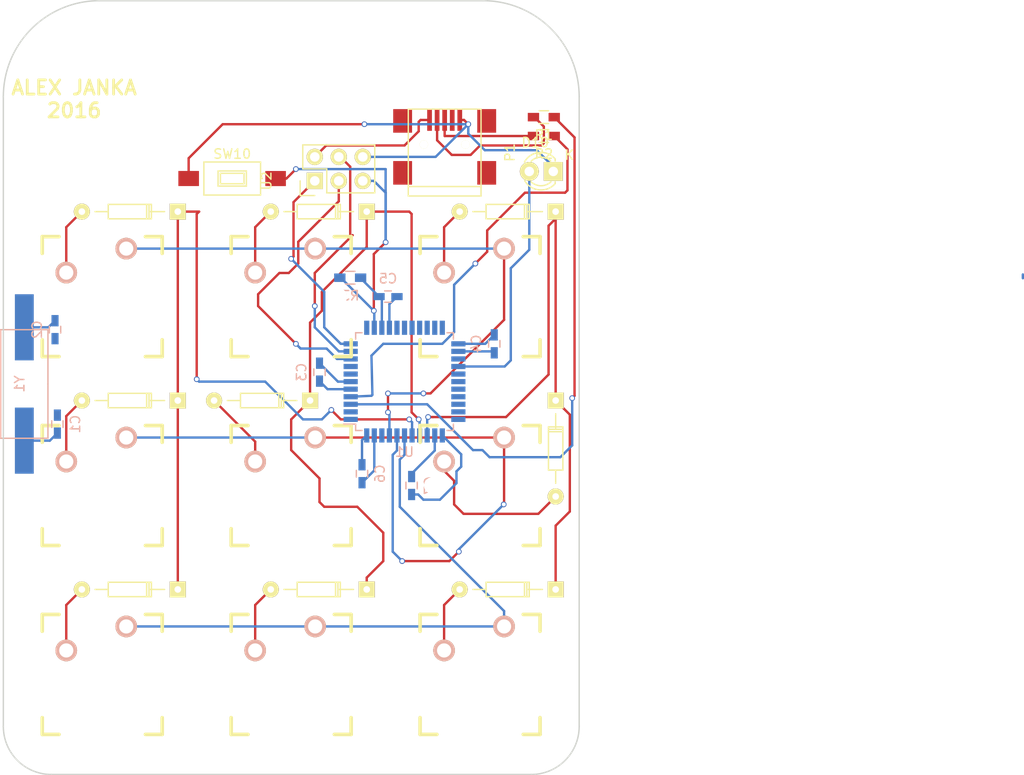
<source format=kicad_pcb>
(kicad_pcb (version 4) (host pcbnew 4.0.2-stable)

  (general
    (links 73)
    (no_connects 19)
    (area 49.454999 66.599999 110.565001 148.665001)
    (thickness 1.6)
    (drawings 9)
    (tracks 258)
    (zones 0)
    (modules 34)
    (nets 49)
  )

  (page A4)
  (layers
    (0 F.Cu signal)
    (31 B.Cu signal)
    (32 B.Adhes user)
    (33 F.Adhes user hide)
    (34 B.Paste user)
    (35 F.Paste user)
    (36 B.SilkS user hide)
    (37 F.SilkS user)
    (38 B.Mask user)
    (39 F.Mask user)
    (40 Dwgs.User user)
    (41 Cmts.User user)
    (42 Eco1.User user)
    (43 Eco2.User user)
    (44 Edge.Cuts user)
    (45 Margin user)
    (46 B.CrtYd user)
    (47 F.CrtYd user)
    (48 B.Fab user)
    (49 F.Fab user)
  )

  (setup
    (last_trace_width 0.25)
    (trace_clearance 0.2)
    (zone_clearance 0.508)
    (zone_45_only no)
    (trace_min 0.2)
    (segment_width 0.2)
    (edge_width 0.15)
    (via_size 0.6)
    (via_drill 0.4)
    (via_min_size 0.4)
    (via_min_drill 0.3)
    (uvia_size 0.3)
    (uvia_drill 0.1)
    (uvias_allowed no)
    (uvia_min_size 0.2)
    (uvia_min_drill 0.1)
    (pcb_text_width 0.3)
    (pcb_text_size 1.5 1.5)
    (mod_edge_width 0.15)
    (mod_text_size 1 1)
    (mod_text_width 0.15)
    (pad_size 1.524 1.524)
    (pad_drill 0.762)
    (pad_to_mask_clearance 0.2)
    (aux_axis_origin 0 0)
    (visible_elements 7FFCFFFF)
    (pcbplotparams
      (layerselection 0x010f0_80000001)
      (usegerberextensions false)
      (excludeedgelayer true)
      (linewidth 0.100000)
      (plotframeref false)
      (viasonmask false)
      (mode 1)
      (useauxorigin false)
      (hpglpennumber 1)
      (hpglpenspeed 20)
      (hpglpendiameter 15)
      (hpglpenoverlay 2)
      (psnegative false)
      (psa4output false)
      (plotreference true)
      (plotvalue true)
      (plotinvisibletext false)
      (padsonsilk false)
      (subtractmaskfromsilk false)
      (outputformat 1)
      (mirror false)
      (drillshape 0)
      (scaleselection 1)
      (outputdirectory Gerbers/))
  )

  (net 0 "")
  (net 1 "Net-(D1-Pad2)")
  (net 2 /COL1)
  (net 3 "Net-(D2-Pad2)")
  (net 4 "Net-(D3-Pad2)")
  (net 5 "Net-(D4-Pad2)")
  (net 6 /COL2)
  (net 7 "Net-(D5-Pad2)")
  (net 8 "Net-(D6-Pad2)")
  (net 9 "Net-(D7-Pad2)")
  (net 10 /COL3)
  (net 11 "Net-(D8-Pad2)")
  (net 12 "Net-(D9-Pad2)")
  (net 13 /ROW1)
  (net 14 /ROW2)
  (net 15 /ROW3)
  (net 16 "Net-(U1-Pad1)")
  (net 17 "Net-(U1-Pad11)")
  (net 18 "Net-(U1-Pad12)")
  (net 19 "Net-(U1-Pad18)")
  (net 20 "Net-(U1-Pad19)")
  (net 21 "Net-(U1-Pad20)")
  (net 22 "Net-(U1-Pad21)")
  (net 23 "Net-(U1-Pad22)")
  (net 24 "Net-(U1-Pad25)")
  (net 25 "Net-(U1-Pad29)")
  (net 26 "Net-(U1-Pad30)")
  (net 27 "Net-(U1-Pad31)")
  (net 28 "Net-(C1-Pad1)")
  (net 29 GND)
  (net 30 "Net-(C2-Pad1)")
  (net 31 "Net-(C3-Pad1)")
  (net 32 "Net-(P1-Pad2)")
  (net 33 "Net-(P1-Pad3)")
  (net 34 "Net-(P1-Pad4)")
  (net 35 "Net-(P1-Pad6)")
  (net 36 "Net-(R1-Pad1)")
  (net 37 "Net-(R2-Pad1)")
  (net 38 "Net-(U1-Pad8)")
  (net 39 "Net-(U1-Pad9)")
  (net 40 "Net-(U1-Pad10)")
  (net 41 "Net-(U1-Pad27)")
  (net 42 "Net-(U1-Pad28)")
  (net 43 "Net-(U1-Pad32)")
  (net 44 "Net-(D10-Pad2)")
  (net 45 "Net-(R3-Pad1)")
  (net 46 "Net-(U1-Pad42)")
  (net 47 "Net-(C3-Pad2)")
  (net 48 "Net-(C7-Pad1)")

  (net_class Default "This is the default net class."
    (clearance 0.2)
    (trace_width 0.25)
    (via_dia 0.6)
    (via_drill 0.4)
    (uvia_dia 0.3)
    (uvia_drill 0.1)
    (add_net /COL1)
    (add_net /COL2)
    (add_net /COL3)
    (add_net /ROW1)
    (add_net /ROW2)
    (add_net /ROW3)
    (add_net GND)
    (add_net "Net-(C1-Pad1)")
    (add_net "Net-(C2-Pad1)")
    (add_net "Net-(C3-Pad1)")
    (add_net "Net-(C3-Pad2)")
    (add_net "Net-(C7-Pad1)")
    (add_net "Net-(D1-Pad2)")
    (add_net "Net-(D10-Pad2)")
    (add_net "Net-(D2-Pad2)")
    (add_net "Net-(D3-Pad2)")
    (add_net "Net-(D4-Pad2)")
    (add_net "Net-(D5-Pad2)")
    (add_net "Net-(D6-Pad2)")
    (add_net "Net-(D7-Pad2)")
    (add_net "Net-(D8-Pad2)")
    (add_net "Net-(D9-Pad2)")
    (add_net "Net-(P1-Pad2)")
    (add_net "Net-(P1-Pad3)")
    (add_net "Net-(P1-Pad4)")
    (add_net "Net-(P1-Pad6)")
    (add_net "Net-(R1-Pad1)")
    (add_net "Net-(R2-Pad1)")
    (add_net "Net-(R3-Pad1)")
    (add_net "Net-(U1-Pad1)")
    (add_net "Net-(U1-Pad10)")
    (add_net "Net-(U1-Pad11)")
    (add_net "Net-(U1-Pad12)")
    (add_net "Net-(U1-Pad18)")
    (add_net "Net-(U1-Pad19)")
    (add_net "Net-(U1-Pad20)")
    (add_net "Net-(U1-Pad21)")
    (add_net "Net-(U1-Pad22)")
    (add_net "Net-(U1-Pad25)")
    (add_net "Net-(U1-Pad27)")
    (add_net "Net-(U1-Pad28)")
    (add_net "Net-(U1-Pad29)")
    (add_net "Net-(U1-Pad30)")
    (add_net "Net-(U1-Pad31)")
    (add_net "Net-(U1-Pad32)")
    (add_net "Net-(U1-Pad42)")
    (add_net "Net-(U1-Pad8)")
    (add_net "Net-(U1-Pad9)")
  )

  (module Keyboard:CHERRY_PCB_100H (layer F.Cu) (tedit 57037FC5) (tstamp 57037355)
    (at 60 98)
    (path /57039F51)
    (fp_text reference SW1 (at 0 3.175) (layer F.SilkS) hide
      (effects (font (size 1.27 1.524) (thickness 0.2032)))
    )
    (fp_text value SW_R1C1 (at 0 5.08) (layer F.SilkS) hide
      (effects (font (size 1.27 1.524) (thickness 0.2032)))
    )
    (fp_text user 1.00u (at -5.715 8.255) (layer Dwgs.User)
      (effects (font (thickness 0.3048)))
    )
    (fp_line (start -6.35 -6.35) (end 6.35 -6.35) (layer Cmts.User) (width 0.1524))
    (fp_line (start 6.35 -6.35) (end 6.35 6.35) (layer Cmts.User) (width 0.1524))
    (fp_line (start 6.35 6.35) (end -6.35 6.35) (layer Cmts.User) (width 0.1524))
    (fp_line (start -6.35 6.35) (end -6.35 -6.35) (layer Cmts.User) (width 0.1524))
    (fp_line (start -9.398 -9.398) (end 9.398 -9.398) (layer Dwgs.User) (width 0.1524))
    (fp_line (start 9.398 -9.398) (end 9.398 9.398) (layer Dwgs.User) (width 0.1524))
    (fp_line (start 9.398 9.398) (end -9.398 9.398) (layer Dwgs.User) (width 0.1524))
    (fp_line (start -9.398 9.398) (end -9.398 -9.398) (layer Dwgs.User) (width 0.1524))
    (fp_line (start -6.35 -6.35) (end -4.572 -6.35) (layer F.SilkS) (width 0.381))
    (fp_line (start 4.572 -6.35) (end 6.35 -6.35) (layer F.SilkS) (width 0.381))
    (fp_line (start 6.35 -6.35) (end 6.35 -4.572) (layer F.SilkS) (width 0.381))
    (fp_line (start 6.35 4.572) (end 6.35 6.35) (layer F.SilkS) (width 0.381))
    (fp_line (start 6.35 6.35) (end 4.572 6.35) (layer F.SilkS) (width 0.381))
    (fp_line (start -4.572 6.35) (end -6.35 6.35) (layer F.SilkS) (width 0.381))
    (fp_line (start -6.35 6.35) (end -6.35 4.572) (layer F.SilkS) (width 0.381))
    (fp_line (start -6.35 -4.572) (end -6.35 -6.35) (layer F.SilkS) (width 0.381))
    (fp_line (start -6.985 -6.985) (end 6.985 -6.985) (layer Eco2.User) (width 0.1524))
    (fp_line (start 6.985 -6.985) (end 6.985 6.985) (layer Eco2.User) (width 0.1524))
    (fp_line (start 6.985 6.985) (end -6.985 6.985) (layer Eco2.User) (width 0.1524))
    (fp_line (start -6.985 6.985) (end -6.985 -6.985) (layer Eco2.User) (width 0.1524))
    (pad 1 thru_hole circle (at 2.54 -5.08) (size 2.286 2.286) (drill 1.4986) (layers *.Cu *.SilkS *.Mask)
      (net 13 /ROW1))
    (pad 2 thru_hole circle (at -3.81 -2.54) (size 2.286 2.286) (drill 1.4986) (layers *.Cu *.SilkS *.Mask)
      (net 1 "Net-(D1-Pad2)"))
    (pad HOLE np_thru_hole circle (at 0 0) (size 3.9878 3.9878) (drill 3.9878) (layers *.Cu))
    (pad HOLE np_thru_hole circle (at -5.08 0) (size 1.7018 1.7018) (drill 1.7018) (layers *.Cu))
    (pad HOLE np_thru_hole circle (at 5.08 0) (size 1.7018 1.7018) (drill 1.7018) (layers *.Cu))
  )

  (module Housings_QFP:TQFP-44_10x10mm_Pitch0.8mm (layer B.Cu) (tedit 54130A77) (tstamp 5704BB91)
    (at 92 107)
    (descr "44-Lead Plastic Thin Quad Flatpack (PT) - 10x10x1.0 mm Body [TQFP] (see Microchip Packaging Specification 00000049BS.pdf)")
    (tags "QFP 0.8")
    (path /5704A83B)
    (attr smd)
    (fp_text reference U1 (at 0 7.45) (layer B.SilkS)
      (effects (font (size 1 1) (thickness 0.15)) (justify mirror))
    )
    (fp_text value ATmega32U4 (at 0 -7.45) (layer B.Fab)
      (effects (font (size 1 1) (thickness 0.15)) (justify mirror))
    )
    (fp_line (start -6.7 6.7) (end -6.7 -6.7) (layer B.CrtYd) (width 0.05))
    (fp_line (start 6.7 6.7) (end 6.7 -6.7) (layer B.CrtYd) (width 0.05))
    (fp_line (start -6.7 6.7) (end 6.7 6.7) (layer B.CrtYd) (width 0.05))
    (fp_line (start -6.7 -6.7) (end 6.7 -6.7) (layer B.CrtYd) (width 0.05))
    (fp_line (start -5.175 5.175) (end -5.175 4.5) (layer B.SilkS) (width 0.15))
    (fp_line (start 5.175 5.175) (end 5.175 4.5) (layer B.SilkS) (width 0.15))
    (fp_line (start 5.175 -5.175) (end 5.175 -4.5) (layer B.SilkS) (width 0.15))
    (fp_line (start -5.175 -5.175) (end -5.175 -4.5) (layer B.SilkS) (width 0.15))
    (fp_line (start -5.175 5.175) (end -4.5 5.175) (layer B.SilkS) (width 0.15))
    (fp_line (start -5.175 -5.175) (end -4.5 -5.175) (layer B.SilkS) (width 0.15))
    (fp_line (start 5.175 -5.175) (end 4.5 -5.175) (layer B.SilkS) (width 0.15))
    (fp_line (start 5.175 5.175) (end 4.5 5.175) (layer B.SilkS) (width 0.15))
    (fp_line (start -5.175 4.5) (end -6.45 4.5) (layer B.SilkS) (width 0.15))
    (pad 1 smd rect (at -5.7 4) (size 1.5 0.55) (layers B.Cu B.Paste B.Mask)
      (net 16 "Net-(U1-Pad1)"))
    (pad 2 smd rect (at -5.7 3.2) (size 1.5 0.55) (layers B.Cu B.Paste B.Mask)
      (net 29 GND))
    (pad 3 smd rect (at -5.7 2.4) (size 1.5 0.55) (layers B.Cu B.Paste B.Mask)
      (net 36 "Net-(R1-Pad1)"))
    (pad 4 smd rect (at -5.7 1.6) (size 1.5 0.55) (layers B.Cu B.Paste B.Mask)
      (net 37 "Net-(R2-Pad1)"))
    (pad 5 smd rect (at -5.7 0.8) (size 1.5 0.55) (layers B.Cu B.Paste B.Mask)
      (net 47 "Net-(C3-Pad2)"))
    (pad 6 smd rect (at -5.7 0) (size 1.5 0.55) (layers B.Cu B.Paste B.Mask)
      (net 31 "Net-(C3-Pad1)"))
    (pad 7 smd rect (at -5.7 -0.8) (size 1.5 0.55) (layers B.Cu B.Paste B.Mask)
      (net 29 GND))
    (pad 8 smd rect (at -5.7 -1.6) (size 1.5 0.55) (layers B.Cu B.Paste B.Mask)
      (net 38 "Net-(U1-Pad8)"))
    (pad 9 smd rect (at -5.7 -2.4) (size 1.5 0.55) (layers B.Cu B.Paste B.Mask)
      (net 39 "Net-(U1-Pad9)"))
    (pad 10 smd rect (at -5.7 -3.2) (size 1.5 0.55) (layers B.Cu B.Paste B.Mask)
      (net 40 "Net-(U1-Pad10)"))
    (pad 11 smd rect (at -5.7 -4) (size 1.5 0.55) (layers B.Cu B.Paste B.Mask)
      (net 17 "Net-(U1-Pad11)"))
    (pad 12 smd rect (at -4 -5.7 270) (size 1.5 0.55) (layers B.Cu B.Paste B.Mask)
      (net 18 "Net-(U1-Pad12)"))
    (pad 13 smd rect (at -3.2 -5.7 270) (size 1.5 0.55) (layers B.Cu B.Paste B.Mask)
      (net 45 "Net-(R3-Pad1)"))
    (pad 14 smd rect (at -2.4 -5.7 270) (size 1.5 0.55) (layers B.Cu B.Paste B.Mask)
      (net 29 GND))
    (pad 15 smd rect (at -1.6 -5.7 270) (size 1.5 0.55) (layers B.Cu B.Paste B.Mask)
      (net 29 GND))
    (pad 16 smd rect (at -0.8 -5.7 270) (size 1.5 0.55) (layers B.Cu B.Paste B.Mask)
      (net 30 "Net-(C2-Pad1)"))
    (pad 17 smd rect (at 0 -5.7 270) (size 1.5 0.55) (layers B.Cu B.Paste B.Mask)
      (net 28 "Net-(C1-Pad1)"))
    (pad 18 smd rect (at 0.8 -5.7 270) (size 1.5 0.55) (layers B.Cu B.Paste B.Mask)
      (net 19 "Net-(U1-Pad18)"))
    (pad 19 smd rect (at 1.6 -5.7 270) (size 1.5 0.55) (layers B.Cu B.Paste B.Mask)
      (net 20 "Net-(U1-Pad19)"))
    (pad 20 smd rect (at 2.4 -5.7 270) (size 1.5 0.55) (layers B.Cu B.Paste B.Mask)
      (net 21 "Net-(U1-Pad20)"))
    (pad 21 smd rect (at 3.2 -5.7 270) (size 1.5 0.55) (layers B.Cu B.Paste B.Mask)
      (net 22 "Net-(U1-Pad21)"))
    (pad 22 smd rect (at 4 -5.7 270) (size 1.5 0.55) (layers B.Cu B.Paste B.Mask)
      (net 23 "Net-(U1-Pad22)"))
    (pad 23 smd rect (at 5.7 -4) (size 1.5 0.55) (layers B.Cu B.Paste B.Mask)
      (net 29 GND))
    (pad 24 smd rect (at 5.7 -3.2) (size 1.5 0.55) (layers B.Cu B.Paste B.Mask)
      (net 29 GND))
    (pad 25 smd rect (at 5.7 -2.4) (size 1.5 0.55) (layers B.Cu B.Paste B.Mask)
      (net 24 "Net-(U1-Pad25)"))
    (pad 26 smd rect (at 5.7 -1.6) (size 1.5 0.55) (layers B.Cu B.Paste B.Mask)
      (net 44 "Net-(D10-Pad2)"))
    (pad 27 smd rect (at 5.7 -0.8) (size 1.5 0.55) (layers B.Cu B.Paste B.Mask)
      (net 41 "Net-(U1-Pad27)"))
    (pad 28 smd rect (at 5.7 0) (size 1.5 0.55) (layers B.Cu B.Paste B.Mask)
      (net 42 "Net-(U1-Pad28)"))
    (pad 29 smd rect (at 5.7 0.8) (size 1.5 0.55) (layers B.Cu B.Paste B.Mask)
      (net 25 "Net-(U1-Pad29)"))
    (pad 30 smd rect (at 5.7 1.6) (size 1.5 0.55) (layers B.Cu B.Paste B.Mask)
      (net 26 "Net-(U1-Pad30)"))
    (pad 31 smd rect (at 5.7 2.4) (size 1.5 0.55) (layers B.Cu B.Paste B.Mask)
      (net 27 "Net-(U1-Pad31)"))
    (pad 32 smd rect (at 5.7 3.2) (size 1.5 0.55) (layers B.Cu B.Paste B.Mask)
      (net 43 "Net-(U1-Pad32)"))
    (pad 33 smd rect (at 5.7 4) (size 1.5 0.55) (layers B.Cu B.Paste B.Mask)
      (net 29 GND))
    (pad 34 smd rect (at 4 5.7 270) (size 1.5 0.55) (layers B.Cu B.Paste B.Mask)
      (net 29 GND))
    (pad 35 smd rect (at 3.2 5.7 270) (size 1.5 0.55) (layers B.Cu B.Paste B.Mask)
      (net 29 GND))
    (pad 36 smd rect (at 2.4 5.7 270) (size 1.5 0.55) (layers B.Cu B.Paste B.Mask)
      (net 10 /COL3))
    (pad 37 smd rect (at 1.6 5.7 270) (size 1.5 0.55) (layers B.Cu B.Paste B.Mask)
      (net 6 /COL2))
    (pad 38 smd rect (at 0.8 5.7 270) (size 1.5 0.55) (layers B.Cu B.Paste B.Mask)
      (net 2 /COL1))
    (pad 39 smd rect (at 0 5.7 270) (size 1.5 0.55) (layers B.Cu B.Paste B.Mask)
      (net 15 /ROW3))
    (pad 40 smd rect (at -0.8 5.7 270) (size 1.5 0.55) (layers B.Cu B.Paste B.Mask)
      (net 14 /ROW2))
    (pad 41 smd rect (at -1.6 5.7 270) (size 1.5 0.55) (layers B.Cu B.Paste B.Mask)
      (net 13 /ROW1))
    (pad 42 smd rect (at -2.4 5.7 270) (size 1.5 0.55) (layers B.Cu B.Paste B.Mask)
      (net 46 "Net-(U1-Pad42)"))
    (pad 43 smd rect (at -3.2 5.7 270) (size 1.5 0.55) (layers B.Cu B.Paste B.Mask)
      (net 29 GND))
    (pad 44 smd rect (at -4 5.7 270) (size 1.5 0.55) (layers B.Cu B.Paste B.Mask)
      (net 29 GND))
    (model Housings_QFP.3dshapes/TQFP-44_10x10mm_Pitch0.8mm.wrl
      (at (xyz 0 0 0))
      (scale (xyz 1 1 1))
      (rotate (xyz 0 0 0))
    )
  )

  (module Keyboard:CHERRY_PCB_100H (layer F.Cu) (tedit 57037FD1) (tstamp 57037394)
    (at 100 118)
    (path /5703A323)
    (fp_text reference SW8 (at 0 3.175) (layer F.SilkS) hide
      (effects (font (size 1.27 1.524) (thickness 0.2032)))
    )
    (fp_text value SW_R2C3 (at 0 5.08) (layer F.SilkS) hide
      (effects (font (size 1.27 1.524) (thickness 0.2032)))
    )
    (fp_text user 1.00u (at -5.715 8.255) (layer Dwgs.User)
      (effects (font (thickness 0.3048)))
    )
    (fp_line (start -6.35 -6.35) (end 6.35 -6.35) (layer Cmts.User) (width 0.1524))
    (fp_line (start 6.35 -6.35) (end 6.35 6.35) (layer Cmts.User) (width 0.1524))
    (fp_line (start 6.35 6.35) (end -6.35 6.35) (layer Cmts.User) (width 0.1524))
    (fp_line (start -6.35 6.35) (end -6.35 -6.35) (layer Cmts.User) (width 0.1524))
    (fp_line (start -9.398 -9.398) (end 9.398 -9.398) (layer Dwgs.User) (width 0.1524))
    (fp_line (start 9.398 -9.398) (end 9.398 9.398) (layer Dwgs.User) (width 0.1524))
    (fp_line (start 9.398 9.398) (end -9.398 9.398) (layer Dwgs.User) (width 0.1524))
    (fp_line (start -9.398 9.398) (end -9.398 -9.398) (layer Dwgs.User) (width 0.1524))
    (fp_line (start -6.35 -6.35) (end -4.572 -6.35) (layer F.SilkS) (width 0.381))
    (fp_line (start 4.572 -6.35) (end 6.35 -6.35) (layer F.SilkS) (width 0.381))
    (fp_line (start 6.35 -6.35) (end 6.35 -4.572) (layer F.SilkS) (width 0.381))
    (fp_line (start 6.35 4.572) (end 6.35 6.35) (layer F.SilkS) (width 0.381))
    (fp_line (start 6.35 6.35) (end 4.572 6.35) (layer F.SilkS) (width 0.381))
    (fp_line (start -4.572 6.35) (end -6.35 6.35) (layer F.SilkS) (width 0.381))
    (fp_line (start -6.35 6.35) (end -6.35 4.572) (layer F.SilkS) (width 0.381))
    (fp_line (start -6.35 -4.572) (end -6.35 -6.35) (layer F.SilkS) (width 0.381))
    (fp_line (start -6.985 -6.985) (end 6.985 -6.985) (layer Eco2.User) (width 0.1524))
    (fp_line (start 6.985 -6.985) (end 6.985 6.985) (layer Eco2.User) (width 0.1524))
    (fp_line (start 6.985 6.985) (end -6.985 6.985) (layer Eco2.User) (width 0.1524))
    (fp_line (start -6.985 6.985) (end -6.985 -6.985) (layer Eco2.User) (width 0.1524))
    (pad 1 thru_hole circle (at 2.54 -5.08) (size 2.286 2.286) (drill 1.4986) (layers *.Cu *.SilkS *.Mask)
      (net 14 /ROW2))
    (pad 2 thru_hole circle (at -3.81 -2.54) (size 2.286 2.286) (drill 1.4986) (layers *.Cu *.SilkS *.Mask)
      (net 11 "Net-(D8-Pad2)"))
    (pad HOLE np_thru_hole circle (at 0 0) (size 3.9878 3.9878) (drill 3.9878) (layers *.Cu))
    (pad HOLE np_thru_hole circle (at -5.08 0) (size 1.7018 1.7018) (drill 1.7018) (layers *.Cu))
    (pad HOLE np_thru_hole circle (at 5.08 0) (size 1.7018 1.7018) (drill 1.7018) (layers *.Cu))
  )

  (module Keyboard:CHERRY_PCB_100H (layer F.Cu) (tedit 57037FD6) (tstamp 57037379)
    (at 80 118)
    (path /5703A313)
    (fp_text reference SW5 (at 0 3.175) (layer F.SilkS) hide
      (effects (font (size 1.27 1.524) (thickness 0.2032)))
    )
    (fp_text value SW_R2C2 (at 0 5.08) (layer F.SilkS) hide
      (effects (font (size 1.27 1.524) (thickness 0.2032)))
    )
    (fp_text user 1.00u (at -5.715 8.255) (layer Dwgs.User)
      (effects (font (thickness 0.3048)))
    )
    (fp_line (start -6.35 -6.35) (end 6.35 -6.35) (layer Cmts.User) (width 0.1524))
    (fp_line (start 6.35 -6.35) (end 6.35 6.35) (layer Cmts.User) (width 0.1524))
    (fp_line (start 6.35 6.35) (end -6.35 6.35) (layer Cmts.User) (width 0.1524))
    (fp_line (start -6.35 6.35) (end -6.35 -6.35) (layer Cmts.User) (width 0.1524))
    (fp_line (start -9.398 -9.398) (end 9.398 -9.398) (layer Dwgs.User) (width 0.1524))
    (fp_line (start 9.398 -9.398) (end 9.398 9.398) (layer Dwgs.User) (width 0.1524))
    (fp_line (start 9.398 9.398) (end -9.398 9.398) (layer Dwgs.User) (width 0.1524))
    (fp_line (start -9.398 9.398) (end -9.398 -9.398) (layer Dwgs.User) (width 0.1524))
    (fp_line (start -6.35 -6.35) (end -4.572 -6.35) (layer F.SilkS) (width 0.381))
    (fp_line (start 4.572 -6.35) (end 6.35 -6.35) (layer F.SilkS) (width 0.381))
    (fp_line (start 6.35 -6.35) (end 6.35 -4.572) (layer F.SilkS) (width 0.381))
    (fp_line (start 6.35 4.572) (end 6.35 6.35) (layer F.SilkS) (width 0.381))
    (fp_line (start 6.35 6.35) (end 4.572 6.35) (layer F.SilkS) (width 0.381))
    (fp_line (start -4.572 6.35) (end -6.35 6.35) (layer F.SilkS) (width 0.381))
    (fp_line (start -6.35 6.35) (end -6.35 4.572) (layer F.SilkS) (width 0.381))
    (fp_line (start -6.35 -4.572) (end -6.35 -6.35) (layer F.SilkS) (width 0.381))
    (fp_line (start -6.985 -6.985) (end 6.985 -6.985) (layer Eco2.User) (width 0.1524))
    (fp_line (start 6.985 -6.985) (end 6.985 6.985) (layer Eco2.User) (width 0.1524))
    (fp_line (start 6.985 6.985) (end -6.985 6.985) (layer Eco2.User) (width 0.1524))
    (fp_line (start -6.985 6.985) (end -6.985 -6.985) (layer Eco2.User) (width 0.1524))
    (pad 1 thru_hole circle (at 2.54 -5.08) (size 2.286 2.286) (drill 1.4986) (layers *.Cu *.SilkS *.Mask)
      (net 14 /ROW2))
    (pad 2 thru_hole circle (at -3.81 -2.54) (size 2.286 2.286) (drill 1.4986) (layers *.Cu *.SilkS *.Mask)
      (net 7 "Net-(D5-Pad2)"))
    (pad HOLE np_thru_hole circle (at 0 0) (size 3.9878 3.9878) (drill 3.9878) (layers *.Cu))
    (pad HOLE np_thru_hole circle (at -5.08 0) (size 1.7018 1.7018) (drill 1.7018) (layers *.Cu))
    (pad HOLE np_thru_hole circle (at 5.08 0) (size 1.7018 1.7018) (drill 1.7018) (layers *.Cu))
  )

  (module Capacitors_SMD:C_0603_HandSoldering (layer B.Cu) (tedit 541A9B4D) (tstamp 5704BB3A)
    (at 55 101.5 270)
    (descr "Capacitor SMD 0603, hand soldering")
    (tags "capacitor 0603")
    (path /5704DD33)
    (attr smd)
    (fp_text reference C2 (at 0 1.9 270) (layer B.SilkS)
      (effects (font (size 1 1) (thickness 0.15)) (justify mirror))
    )
    (fp_text value 10pF (at 0 -1.9 270) (layer B.Fab)
      (effects (font (size 1 1) (thickness 0.15)) (justify mirror))
    )
    (fp_line (start -1.85 0.75) (end 1.85 0.75) (layer B.CrtYd) (width 0.05))
    (fp_line (start -1.85 -0.75) (end 1.85 -0.75) (layer B.CrtYd) (width 0.05))
    (fp_line (start -1.85 0.75) (end -1.85 -0.75) (layer B.CrtYd) (width 0.05))
    (fp_line (start 1.85 0.75) (end 1.85 -0.75) (layer B.CrtYd) (width 0.05))
    (fp_line (start -0.35 0.6) (end 0.35 0.6) (layer B.SilkS) (width 0.15))
    (fp_line (start 0.35 -0.6) (end -0.35 -0.6) (layer B.SilkS) (width 0.15))
    (pad 1 smd rect (at -0.95 0 270) (size 1.2 0.75) (layers B.Cu B.Paste B.Mask)
      (net 30 "Net-(C2-Pad1)"))
    (pad 2 smd rect (at 0.95 0 270) (size 1.2 0.75) (layers B.Cu B.Paste B.Mask)
      (net 29 GND))
    (model Capacitors_SMD.3dshapes/C_0603_HandSoldering.wrl
      (at (xyz 0 0 0))
      (scale (xyz 1 1 1))
      (rotate (xyz 0 0 0))
    )
  )

  (module Connect:USB_Mini-B (layer F.Cu) (tedit 5543E571) (tstamp 5704BB4F)
    (at 96.25 82.75 90)
    (descr "USB Mini-B 5-pin SMD connector")
    (tags "USB USB_B USB_Mini connector")
    (path /5704B50F)
    (attr smd)
    (fp_text reference P1 (at 0 6.90118 90) (layer F.SilkS)
      (effects (font (size 1 1) (thickness 0.15)))
    )
    (fp_text value USB_OTG (at 0 -7.0993 90) (layer F.Fab)
      (effects (font (size 1 1) (thickness 0.15)))
    )
    (fp_line (start -4.85 -5.7) (end 4.85 -5.7) (layer F.CrtYd) (width 0.05))
    (fp_line (start 4.85 -5.7) (end 4.85 5.7) (layer F.CrtYd) (width 0.05))
    (fp_line (start 4.85 5.7) (end -4.85 5.7) (layer F.CrtYd) (width 0.05))
    (fp_line (start -4.85 5.7) (end -4.85 -5.7) (layer F.CrtYd) (width 0.05))
    (fp_line (start -3.59918 -3.85064) (end -3.59918 3.85064) (layer F.SilkS) (width 0.15))
    (fp_line (start -4.59994 -3.85064) (end -4.59994 3.85064) (layer F.SilkS) (width 0.15))
    (fp_line (start -4.59994 3.85064) (end 4.59994 3.85064) (layer F.SilkS) (width 0.15))
    (fp_line (start 4.59994 3.85064) (end 4.59994 -3.85064) (layer F.SilkS) (width 0.15))
    (fp_line (start 4.59994 -3.85064) (end -4.59994 -3.85064) (layer F.SilkS) (width 0.15))
    (pad 1 smd rect (at 3.44932 -1.6002 90) (size 2.30124 0.50038) (layers F.Cu F.Paste F.Mask)
      (net 29 GND))
    (pad 2 smd rect (at 3.44932 -0.8001 90) (size 2.30124 0.50038) (layers F.Cu F.Paste F.Mask)
      (net 32 "Net-(P1-Pad2)"))
    (pad 3 smd rect (at 3.44932 0 90) (size 2.30124 0.50038) (layers F.Cu F.Paste F.Mask)
      (net 33 "Net-(P1-Pad3)"))
    (pad 4 smd rect (at 3.44932 0.8001 90) (size 2.30124 0.50038) (layers F.Cu F.Paste F.Mask)
      (net 34 "Net-(P1-Pad4)"))
    (pad 5 smd rect (at 3.44932 1.6002 90) (size 2.30124 0.50038) (layers F.Cu F.Paste F.Mask)
      (net 29 GND))
    (pad 6 smd rect (at 3.35026 -4.45008 90) (size 2.49936 1.99898) (layers F.Cu F.Paste F.Mask)
      (net 35 "Net-(P1-Pad6)"))
    (pad 6 smd rect (at -2.14884 -4.45008 90) (size 2.49936 1.99898) (layers F.Cu F.Paste F.Mask)
      (net 35 "Net-(P1-Pad6)"))
    (pad 6 smd rect (at 3.35026 4.45008 90) (size 2.49936 1.99898) (layers F.Cu F.Paste F.Mask)
      (net 35 "Net-(P1-Pad6)"))
    (pad 6 smd rect (at -2.14884 4.45008 90) (size 2.49936 1.99898) (layers F.Cu F.Paste F.Mask)
      (net 35 "Net-(P1-Pad6)"))
    (pad "" np_thru_hole circle (at 0.8509 -2.19964 90) (size 0.89916 0.89916) (drill 0.89916) (layers *.Cu *.Mask F.SilkS))
    (pad "" np_thru_hole circle (at 0.8509 2.19964 90) (size 0.89916 0.89916) (drill 0.89916) (layers *.Cu *.Mask F.SilkS))
  )

  (module Pin_Headers:Pin_Header_Straight_2x03 (layer F.Cu) (tedit 54EA0A4B) (tstamp 5704E63A)
    (at 82.5 85.75 90)
    (descr "Through hole pin header")
    (tags "pin header")
    (path /5705CF24)
    (fp_text reference U2 (at 0 -5.1 90) (layer F.SilkS)
      (effects (font (size 1 1) (thickness 0.15)))
    )
    (fp_text value ISP (at 0 -3.1 90) (layer F.Fab)
      (effects (font (size 1 1) (thickness 0.15)))
    )
    (fp_line (start -1.27 1.27) (end -1.27 6.35) (layer F.SilkS) (width 0.15))
    (fp_line (start -1.55 -1.55) (end 0 -1.55) (layer F.SilkS) (width 0.15))
    (fp_line (start -1.75 -1.75) (end -1.75 6.85) (layer F.CrtYd) (width 0.05))
    (fp_line (start 4.3 -1.75) (end 4.3 6.85) (layer F.CrtYd) (width 0.05))
    (fp_line (start -1.75 -1.75) (end 4.3 -1.75) (layer F.CrtYd) (width 0.05))
    (fp_line (start -1.75 6.85) (end 4.3 6.85) (layer F.CrtYd) (width 0.05))
    (fp_line (start 1.27 -1.27) (end 1.27 1.27) (layer F.SilkS) (width 0.15))
    (fp_line (start 1.27 1.27) (end -1.27 1.27) (layer F.SilkS) (width 0.15))
    (fp_line (start -1.27 6.35) (end 3.81 6.35) (layer F.SilkS) (width 0.15))
    (fp_line (start 3.81 6.35) (end 3.81 1.27) (layer F.SilkS) (width 0.15))
    (fp_line (start -1.55 -1.55) (end -1.55 0) (layer F.SilkS) (width 0.15))
    (fp_line (start 3.81 -1.27) (end 1.27 -1.27) (layer F.SilkS) (width 0.15))
    (fp_line (start 3.81 1.27) (end 3.81 -1.27) (layer F.SilkS) (width 0.15))
    (pad 1 thru_hole rect (at 0 0 90) (size 1.7272 1.7272) (drill 1.016) (layers *.Cu *.Mask F.SilkS)
      (net 17 "Net-(U1-Pad11)"))
    (pad 2 thru_hole oval (at 2.54 0 90) (size 1.7272 1.7272) (drill 1.016) (layers *.Cu *.Mask F.SilkS)
      (net 29 GND))
    (pad 3 thru_hole oval (at 0 2.54 90) (size 1.7272 1.7272) (drill 1.016) (layers *.Cu *.Mask F.SilkS)
      (net 39 "Net-(U1-Pad9)"))
    (pad 4 thru_hole oval (at 2.54 2.54 90) (size 1.7272 1.7272) (drill 1.016) (layers *.Cu *.Mask F.SilkS)
      (net 40 "Net-(U1-Pad10)"))
    (pad 5 thru_hole oval (at 0 5.08 90) (size 1.7272 1.7272) (drill 1.016) (layers *.Cu *.Mask F.SilkS)
      (net 45 "Net-(R3-Pad1)"))
    (pad 6 thru_hole oval (at 2.54 5.08 90) (size 1.7272 1.7272) (drill 1.016) (layers *.Cu *.Mask F.SilkS)
      (net 29 GND))
    (model Pin_Headers.3dshapes/Pin_Header_Straight_2x03.wrl
      (at (xyz 0.05 -0.1 0))
      (scale (xyz 1 1 1))
      (rotate (xyz 0 0 90))
    )
  )

  (module Keyboards:HC49SM (layer B.Cu) (tedit 5704B7C5) (tstamp 5704BBA6)
    (at 51.75 107.25 90)
    (path /5704DD87)
    (fp_text reference Y1 (at 0 -0.5 90) (layer B.SilkS)
      (effects (font (size 1 1) (thickness 0.15)) (justify mirror))
    )
    (fp_text value 16MHz (at 0 0.5 90) (layer B.Fab)
      (effects (font (size 1 1) (thickness 0.15)) (justify mirror))
    )
    (fp_line (start 0 2.5) (end 5.75 2.5) (layer B.SilkS) (width 0.15))
    (fp_line (start 5.75 2.5) (end 5.75 -2.5) (layer B.SilkS) (width 0.15))
    (fp_line (start 5.75 -2.5) (end -5.75 -2.5) (layer B.SilkS) (width 0.15))
    (fp_line (start -5.75 -2.5) (end -5.75 2.5) (layer B.SilkS) (width 0.15))
    (fp_line (start -5.75 2.5) (end 0 2.5) (layer B.SilkS) (width 0.15))
    (pad 1 smd rect (at -6 0 90) (size 7 2) (layers B.Cu B.Paste B.Mask)
      (net 28 "Net-(C1-Pad1)"))
    (pad 2 smd rect (at 6 0 90) (size 7 2) (layers B.Cu B.Paste B.Mask)
      (net 30 "Net-(C2-Pad1)"))
  )

  (module Keyboard:CHERRY_PCB_100H (layer F.Cu) (tedit 57037FC8) (tstamp 57037370)
    (at 80 98)
    (path /5703A08B)
    (fp_text reference SW4 (at 0 3.175) (layer F.SilkS) hide
      (effects (font (size 1.27 1.524) (thickness 0.2032)))
    )
    (fp_text value SW_R1C2 (at 0 5.08) (layer F.SilkS) hide
      (effects (font (size 1.27 1.524) (thickness 0.2032)))
    )
    (fp_text user 1.00u (at -5.715 8.255) (layer Dwgs.User)
      (effects (font (thickness 0.3048)))
    )
    (fp_line (start -6.35 -6.35) (end 6.35 -6.35) (layer Cmts.User) (width 0.1524))
    (fp_line (start 6.35 -6.35) (end 6.35 6.35) (layer Cmts.User) (width 0.1524))
    (fp_line (start 6.35 6.35) (end -6.35 6.35) (layer Cmts.User) (width 0.1524))
    (fp_line (start -6.35 6.35) (end -6.35 -6.35) (layer Cmts.User) (width 0.1524))
    (fp_line (start -9.398 -9.398) (end 9.398 -9.398) (layer Dwgs.User) (width 0.1524))
    (fp_line (start 9.398 -9.398) (end 9.398 9.398) (layer Dwgs.User) (width 0.1524))
    (fp_line (start 9.398 9.398) (end -9.398 9.398) (layer Dwgs.User) (width 0.1524))
    (fp_line (start -9.398 9.398) (end -9.398 -9.398) (layer Dwgs.User) (width 0.1524))
    (fp_line (start -6.35 -6.35) (end -4.572 -6.35) (layer F.SilkS) (width 0.381))
    (fp_line (start 4.572 -6.35) (end 6.35 -6.35) (layer F.SilkS) (width 0.381))
    (fp_line (start 6.35 -6.35) (end 6.35 -4.572) (layer F.SilkS) (width 0.381))
    (fp_line (start 6.35 4.572) (end 6.35 6.35) (layer F.SilkS) (width 0.381))
    (fp_line (start 6.35 6.35) (end 4.572 6.35) (layer F.SilkS) (width 0.381))
    (fp_line (start -4.572 6.35) (end -6.35 6.35) (layer F.SilkS) (width 0.381))
    (fp_line (start -6.35 6.35) (end -6.35 4.572) (layer F.SilkS) (width 0.381))
    (fp_line (start -6.35 -4.572) (end -6.35 -6.35) (layer F.SilkS) (width 0.381))
    (fp_line (start -6.985 -6.985) (end 6.985 -6.985) (layer Eco2.User) (width 0.1524))
    (fp_line (start 6.985 -6.985) (end 6.985 6.985) (layer Eco2.User) (width 0.1524))
    (fp_line (start 6.985 6.985) (end -6.985 6.985) (layer Eco2.User) (width 0.1524))
    (fp_line (start -6.985 6.985) (end -6.985 -6.985) (layer Eco2.User) (width 0.1524))
    (pad 1 thru_hole circle (at 2.54 -5.08) (size 2.286 2.286) (drill 1.4986) (layers *.Cu *.SilkS *.Mask)
      (net 13 /ROW1))
    (pad 2 thru_hole circle (at -3.81 -2.54) (size 2.286 2.286) (drill 1.4986) (layers *.Cu *.SilkS *.Mask)
      (net 5 "Net-(D4-Pad2)"))
    (pad HOLE np_thru_hole circle (at 0 0) (size 3.9878 3.9878) (drill 3.9878) (layers *.Cu))
    (pad HOLE np_thru_hole circle (at -5.08 0) (size 1.7018 1.7018) (drill 1.7018) (layers *.Cu))
    (pad HOLE np_thru_hole circle (at 5.08 0) (size 1.7018 1.7018) (drill 1.7018) (layers *.Cu))
  )

  (module Keyboard:CHERRY_PCB_100H (layer F.Cu) (tedit 57037FE3) (tstamp 57037382)
    (at 80 138)
    (path /5703A5B9)
    (fp_text reference SW6 (at 0 3.175) (layer F.SilkS) hide
      (effects (font (size 1.27 1.524) (thickness 0.2032)))
    )
    (fp_text value SW_R3C2 (at 0 5.08) (layer F.SilkS) hide
      (effects (font (size 1.27 1.524) (thickness 0.2032)))
    )
    (fp_text user 1.00u (at -5.715 8.255) (layer Dwgs.User)
      (effects (font (thickness 0.3048)))
    )
    (fp_line (start -6.35 -6.35) (end 6.35 -6.35) (layer Cmts.User) (width 0.1524))
    (fp_line (start 6.35 -6.35) (end 6.35 6.35) (layer Cmts.User) (width 0.1524))
    (fp_line (start 6.35 6.35) (end -6.35 6.35) (layer Cmts.User) (width 0.1524))
    (fp_line (start -6.35 6.35) (end -6.35 -6.35) (layer Cmts.User) (width 0.1524))
    (fp_line (start -9.398 -9.398) (end 9.398 -9.398) (layer Dwgs.User) (width 0.1524))
    (fp_line (start 9.398 -9.398) (end 9.398 9.398) (layer Dwgs.User) (width 0.1524))
    (fp_line (start 9.398 9.398) (end -9.398 9.398) (layer Dwgs.User) (width 0.1524))
    (fp_line (start -9.398 9.398) (end -9.398 -9.398) (layer Dwgs.User) (width 0.1524))
    (fp_line (start -6.35 -6.35) (end -4.572 -6.35) (layer F.SilkS) (width 0.381))
    (fp_line (start 4.572 -6.35) (end 6.35 -6.35) (layer F.SilkS) (width 0.381))
    (fp_line (start 6.35 -6.35) (end 6.35 -4.572) (layer F.SilkS) (width 0.381))
    (fp_line (start 6.35 4.572) (end 6.35 6.35) (layer F.SilkS) (width 0.381))
    (fp_line (start 6.35 6.35) (end 4.572 6.35) (layer F.SilkS) (width 0.381))
    (fp_line (start -4.572 6.35) (end -6.35 6.35) (layer F.SilkS) (width 0.381))
    (fp_line (start -6.35 6.35) (end -6.35 4.572) (layer F.SilkS) (width 0.381))
    (fp_line (start -6.35 -4.572) (end -6.35 -6.35) (layer F.SilkS) (width 0.381))
    (fp_line (start -6.985 -6.985) (end 6.985 -6.985) (layer Eco2.User) (width 0.1524))
    (fp_line (start 6.985 -6.985) (end 6.985 6.985) (layer Eco2.User) (width 0.1524))
    (fp_line (start 6.985 6.985) (end -6.985 6.985) (layer Eco2.User) (width 0.1524))
    (fp_line (start -6.985 6.985) (end -6.985 -6.985) (layer Eco2.User) (width 0.1524))
    (pad 1 thru_hole circle (at 2.54 -5.08) (size 2.286 2.286) (drill 1.4986) (layers *.Cu *.SilkS *.Mask)
      (net 15 /ROW3))
    (pad 2 thru_hole circle (at -3.81 -2.54) (size 2.286 2.286) (drill 1.4986) (layers *.Cu *.SilkS *.Mask)
      (net 8 "Net-(D6-Pad2)"))
    (pad HOLE np_thru_hole circle (at 0 0) (size 3.9878 3.9878) (drill 3.9878) (layers *.Cu))
    (pad HOLE np_thru_hole circle (at -5.08 0) (size 1.7018 1.7018) (drill 1.7018) (layers *.Cu))
    (pad HOLE np_thru_hole circle (at 5.08 0) (size 1.7018 1.7018) (drill 1.7018) (layers *.Cu))
  )

  (module Diodes_ThroughHole:Diode_DO-35_SOD27_Horizontal_RM10 (layer F.Cu) (tedit 57038045) (tstamp 5703731C)
    (at 68 89 180)
    (descr "Diode, DO-35,  SOD27, Horizontal, RM 10mm")
    (tags "Diode, DO-35, SOD27, Horizontal, RM 10mm, 1N4148,")
    (path /57039FAC)
    (fp_text reference D1 (at 5.43052 2.53746 180) (layer F.SilkS) hide
      (effects (font (size 1 1) (thickness 0.15)))
    )
    (fp_text value D (at 4.41452 -3.55854 180) (layer F.Fab) hide
      (effects (font (size 1 1) (thickness 0.15)))
    )
    (fp_line (start 7.36652 -0.00254) (end 8.76352 -0.00254) (layer F.SilkS) (width 0.15))
    (fp_line (start 2.92152 -0.00254) (end 1.39752 -0.00254) (layer F.SilkS) (width 0.15))
    (fp_line (start 3.30252 -0.76454) (end 3.30252 0.75946) (layer F.SilkS) (width 0.15))
    (fp_line (start 3.04852 -0.76454) (end 3.04852 0.75946) (layer F.SilkS) (width 0.15))
    (fp_line (start 2.79452 -0.00254) (end 2.79452 0.75946) (layer F.SilkS) (width 0.15))
    (fp_line (start 2.79452 0.75946) (end 7.36652 0.75946) (layer F.SilkS) (width 0.15))
    (fp_line (start 7.36652 0.75946) (end 7.36652 -0.76454) (layer F.SilkS) (width 0.15))
    (fp_line (start 7.36652 -0.76454) (end 2.79452 -0.76454) (layer F.SilkS) (width 0.15))
    (fp_line (start 2.79452 -0.76454) (end 2.79452 -0.00254) (layer F.SilkS) (width 0.15))
    (pad 2 thru_hole circle (at 10.16052 -0.00254) (size 1.69926 1.69926) (drill 0.70104) (layers *.Cu *.Mask F.SilkS)
      (net 1 "Net-(D1-Pad2)"))
    (pad 1 thru_hole rect (at 0.00052 -0.00254) (size 1.69926 1.69926) (drill 0.70104) (layers *.Cu *.Mask F.SilkS)
      (net 2 /COL1))
    (model Diodes_ThroughHole.3dshapes/Diode_DO-35_SOD27_Horizontal_RM10.wrl
      (at (xyz 0.2 0 0))
      (scale (xyz 0.4 0.4 0.4))
      (rotate (xyz 0 0 180))
    )
  )

  (module Diodes_ThroughHole:Diode_DO-35_SOD27_Horizontal_RM10 (layer F.Cu) (tedit 5703801A) (tstamp 57037322)
    (at 68 109 180)
    (descr "Diode, DO-35,  SOD27, Horizontal, RM 10mm")
    (tags "Diode, DO-35, SOD27, Horizontal, RM 10mm, 1N4148,")
    (path /5703A309)
    (fp_text reference D2 (at 5.2493 -0.0361 180) (layer F.SilkS) hide
      (effects (font (size 1 1) (thickness 0.15)))
    )
    (fp_text value D (at 4.41452 -3.55854 180) (layer F.Fab)
      (effects (font (size 1 1) (thickness 0.15)))
    )
    (fp_line (start 7.36652 -0.00254) (end 8.76352 -0.00254) (layer F.SilkS) (width 0.15))
    (fp_line (start 2.92152 -0.00254) (end 1.39752 -0.00254) (layer F.SilkS) (width 0.15))
    (fp_line (start 3.30252 -0.76454) (end 3.30252 0.75946) (layer F.SilkS) (width 0.15))
    (fp_line (start 3.04852 -0.76454) (end 3.04852 0.75946) (layer F.SilkS) (width 0.15))
    (fp_line (start 2.79452 -0.00254) (end 2.79452 0.75946) (layer F.SilkS) (width 0.15))
    (fp_line (start 2.79452 0.75946) (end 7.36652 0.75946) (layer F.SilkS) (width 0.15))
    (fp_line (start 7.36652 0.75946) (end 7.36652 -0.76454) (layer F.SilkS) (width 0.15))
    (fp_line (start 7.36652 -0.76454) (end 2.79452 -0.76454) (layer F.SilkS) (width 0.15))
    (fp_line (start 2.79452 -0.76454) (end 2.79452 -0.00254) (layer F.SilkS) (width 0.15))
    (pad 2 thru_hole circle (at 10.16052 -0.00254) (size 1.69926 1.69926) (drill 0.70104) (layers *.Cu *.Mask F.SilkS)
      (net 3 "Net-(D2-Pad2)"))
    (pad 1 thru_hole rect (at 0.00052 -0.00254) (size 1.69926 1.69926) (drill 0.70104) (layers *.Cu *.Mask F.SilkS)
      (net 2 /COL1))
    (model Diodes_ThroughHole.3dshapes/Diode_DO-35_SOD27_Horizontal_RM10.wrl
      (at (xyz 0.2 0 0))
      (scale (xyz 0.4 0.4 0.4))
      (rotate (xyz 0 0 180))
    )
  )

  (module Diodes_ThroughHole:Diode_DO-35_SOD27_Horizontal_RM10 (layer F.Cu) (tedit 57038032) (tstamp 57037328)
    (at 68 129 180)
    (descr "Diode, DO-35,  SOD27, Horizontal, RM 10mm")
    (tags "Diode, DO-35, SOD27, Horizontal, RM 10mm, 1N4148,")
    (path /5703A5AF)
    (fp_text reference D3 (at 5.4144 -0.0452 180) (layer F.SilkS) hide
      (effects (font (size 1 1) (thickness 0.15)))
    )
    (fp_text value D (at 4.41452 -3.55854 180) (layer F.Fab)
      (effects (font (size 1 1) (thickness 0.15)))
    )
    (fp_line (start 7.36652 -0.00254) (end 8.76352 -0.00254) (layer F.SilkS) (width 0.15))
    (fp_line (start 2.92152 -0.00254) (end 1.39752 -0.00254) (layer F.SilkS) (width 0.15))
    (fp_line (start 3.30252 -0.76454) (end 3.30252 0.75946) (layer F.SilkS) (width 0.15))
    (fp_line (start 3.04852 -0.76454) (end 3.04852 0.75946) (layer F.SilkS) (width 0.15))
    (fp_line (start 2.79452 -0.00254) (end 2.79452 0.75946) (layer F.SilkS) (width 0.15))
    (fp_line (start 2.79452 0.75946) (end 7.36652 0.75946) (layer F.SilkS) (width 0.15))
    (fp_line (start 7.36652 0.75946) (end 7.36652 -0.76454) (layer F.SilkS) (width 0.15))
    (fp_line (start 7.36652 -0.76454) (end 2.79452 -0.76454) (layer F.SilkS) (width 0.15))
    (fp_line (start 2.79452 -0.76454) (end 2.79452 -0.00254) (layer F.SilkS) (width 0.15))
    (pad 2 thru_hole circle (at 10.16052 -0.00254) (size 1.69926 1.69926) (drill 0.70104) (layers *.Cu *.Mask F.SilkS)
      (net 4 "Net-(D3-Pad2)"))
    (pad 1 thru_hole rect (at 0.00052 -0.00254) (size 1.69926 1.69926) (drill 0.70104) (layers *.Cu *.Mask F.SilkS)
      (net 2 /COL1))
    (model Diodes_ThroughHole.3dshapes/Diode_DO-35_SOD27_Horizontal_RM10.wrl
      (at (xyz 0.2 0 0))
      (scale (xyz 0.4 0.4 0.4))
      (rotate (xyz 0 0 180))
    )
  )

  (module Diodes_ThroughHole:Diode_DO-35_SOD27_Horizontal_RM10 (layer F.Cu) (tedit 57038040) (tstamp 5703732E)
    (at 88 89 180)
    (descr "Diode, DO-35,  SOD27, Horizontal, RM 10mm")
    (tags "Diode, DO-35, SOD27, Horizontal, RM 10mm, 1N4148,")
    (path /5703A091)
    (fp_text reference D4 (at 5.43052 2.53746 180) (layer F.SilkS) hide
      (effects (font (size 1 1) (thickness 0.15)))
    )
    (fp_text value D (at 4.41452 -3.55854 180) (layer F.Fab) hide
      (effects (font (size 1 1) (thickness 0.15)))
    )
    (fp_line (start 7.36652 -0.00254) (end 8.76352 -0.00254) (layer F.SilkS) (width 0.15))
    (fp_line (start 2.92152 -0.00254) (end 1.39752 -0.00254) (layer F.SilkS) (width 0.15))
    (fp_line (start 3.30252 -0.76454) (end 3.30252 0.75946) (layer F.SilkS) (width 0.15))
    (fp_line (start 3.04852 -0.76454) (end 3.04852 0.75946) (layer F.SilkS) (width 0.15))
    (fp_line (start 2.79452 -0.00254) (end 2.79452 0.75946) (layer F.SilkS) (width 0.15))
    (fp_line (start 2.79452 0.75946) (end 7.36652 0.75946) (layer F.SilkS) (width 0.15))
    (fp_line (start 7.36652 0.75946) (end 7.36652 -0.76454) (layer F.SilkS) (width 0.15))
    (fp_line (start 7.36652 -0.76454) (end 2.79452 -0.76454) (layer F.SilkS) (width 0.15))
    (fp_line (start 2.79452 -0.76454) (end 2.79452 -0.00254) (layer F.SilkS) (width 0.15))
    (pad 2 thru_hole circle (at 10.16052 -0.00254) (size 1.69926 1.69926) (drill 0.70104) (layers *.Cu *.Mask F.SilkS)
      (net 5 "Net-(D4-Pad2)"))
    (pad 1 thru_hole rect (at 0.00052 -0.00254) (size 1.69926 1.69926) (drill 0.70104) (layers *.Cu *.Mask F.SilkS)
      (net 6 /COL2))
    (model Diodes_ThroughHole.3dshapes/Diode_DO-35_SOD27_Horizontal_RM10.wrl
      (at (xyz 0.2 0 0))
      (scale (xyz 0.4 0.4 0.4))
      (rotate (xyz 0 0 180))
    )
  )

  (module Diodes_ThroughHole:Diode_DO-35_SOD27_Horizontal_RM10 (layer F.Cu) (tedit 5703801D) (tstamp 57037334)
    (at 82 109 180)
    (descr "Diode, DO-35,  SOD27, Horizontal, RM 10mm")
    (tags "Diode, DO-35, SOD27, Horizontal, RM 10mm, 1N4148,")
    (path /5703A319)
    (fp_text reference D5 (at 5.2976 -0.0869 180) (layer F.SilkS) hide
      (effects (font (size 1 1) (thickness 0.15)))
    )
    (fp_text value D (at 4.41452 -3.55854 180) (layer F.Fab)
      (effects (font (size 1 1) (thickness 0.15)))
    )
    (fp_line (start 7.36652 -0.00254) (end 8.76352 -0.00254) (layer F.SilkS) (width 0.15))
    (fp_line (start 2.92152 -0.00254) (end 1.39752 -0.00254) (layer F.SilkS) (width 0.15))
    (fp_line (start 3.30252 -0.76454) (end 3.30252 0.75946) (layer F.SilkS) (width 0.15))
    (fp_line (start 3.04852 -0.76454) (end 3.04852 0.75946) (layer F.SilkS) (width 0.15))
    (fp_line (start 2.79452 -0.00254) (end 2.79452 0.75946) (layer F.SilkS) (width 0.15))
    (fp_line (start 2.79452 0.75946) (end 7.36652 0.75946) (layer F.SilkS) (width 0.15))
    (fp_line (start 7.36652 0.75946) (end 7.36652 -0.76454) (layer F.SilkS) (width 0.15))
    (fp_line (start 7.36652 -0.76454) (end 2.79452 -0.76454) (layer F.SilkS) (width 0.15))
    (fp_line (start 2.79452 -0.76454) (end 2.79452 -0.00254) (layer F.SilkS) (width 0.15))
    (pad 2 thru_hole circle (at 10.16052 -0.00254) (size 1.69926 1.69926) (drill 0.70104) (layers *.Cu *.Mask F.SilkS)
      (net 7 "Net-(D5-Pad2)"))
    (pad 1 thru_hole rect (at 0.00052 -0.00254) (size 1.69926 1.69926) (drill 0.70104) (layers *.Cu *.Mask F.SilkS)
      (net 6 /COL2))
    (model Diodes_ThroughHole.3dshapes/Diode_DO-35_SOD27_Horizontal_RM10.wrl
      (at (xyz 0.2 0 0))
      (scale (xyz 0.4 0.4 0.4))
      (rotate (xyz 0 0 180))
    )
  )

  (module Diodes_ThroughHole:Diode_DO-35_SOD27_Horizontal_RM10 (layer F.Cu) (tedit 57038036) (tstamp 5703733A)
    (at 88 129 180)
    (descr "Diode, DO-35,  SOD27, Horizontal, RM 10mm")
    (tags "Diode, DO-35, SOD27, Horizontal, RM 10mm, 1N4148,")
    (path /5703A5BF)
    (fp_text reference D6 (at 5.4119 -0.0452 180) (layer F.SilkS) hide
      (effects (font (size 1 1) (thickness 0.15)))
    )
    (fp_text value D (at 4.41452 -3.55854 180) (layer F.Fab)
      (effects (font (size 1 1) (thickness 0.15)))
    )
    (fp_line (start 7.36652 -0.00254) (end 8.76352 -0.00254) (layer F.SilkS) (width 0.15))
    (fp_line (start 2.92152 -0.00254) (end 1.39752 -0.00254) (layer F.SilkS) (width 0.15))
    (fp_line (start 3.30252 -0.76454) (end 3.30252 0.75946) (layer F.SilkS) (width 0.15))
    (fp_line (start 3.04852 -0.76454) (end 3.04852 0.75946) (layer F.SilkS) (width 0.15))
    (fp_line (start 2.79452 -0.00254) (end 2.79452 0.75946) (layer F.SilkS) (width 0.15))
    (fp_line (start 2.79452 0.75946) (end 7.36652 0.75946) (layer F.SilkS) (width 0.15))
    (fp_line (start 7.36652 0.75946) (end 7.36652 -0.76454) (layer F.SilkS) (width 0.15))
    (fp_line (start 7.36652 -0.76454) (end 2.79452 -0.76454) (layer F.SilkS) (width 0.15))
    (fp_line (start 2.79452 -0.76454) (end 2.79452 -0.00254) (layer F.SilkS) (width 0.15))
    (pad 2 thru_hole circle (at 10.16052 -0.00254) (size 1.69926 1.69926) (drill 0.70104) (layers *.Cu *.Mask F.SilkS)
      (net 8 "Net-(D6-Pad2)"))
    (pad 1 thru_hole rect (at 0.00052 -0.00254) (size 1.69926 1.69926) (drill 0.70104) (layers *.Cu *.Mask F.SilkS)
      (net 6 /COL2))
    (model Diodes_ThroughHole.3dshapes/Diode_DO-35_SOD27_Horizontal_RM10.wrl
      (at (xyz 0.2 0 0))
      (scale (xyz 0.4 0.4 0.4))
      (rotate (xyz 0 0 180))
    )
  )

  (module Diodes_ThroughHole:Diode_DO-35_SOD27_Horizontal_RM10 (layer F.Cu) (tedit 5703802C) (tstamp 57037340)
    (at 108 89 180)
    (descr "Diode, DO-35,  SOD27, Horizontal, RM 10mm")
    (tags "Diode, DO-35, SOD27, Horizontal, RM 10mm, 1N4148,")
    (path /5703A1EB)
    (fp_text reference D7 (at 5.43052 2.53746 180) (layer F.SilkS) hide
      (effects (font (size 1 1) (thickness 0.15)))
    )
    (fp_text value D (at 4.41452 -3.55854 180) (layer F.Fab)
      (effects (font (size 1 1) (thickness 0.15)))
    )
    (fp_line (start 7.36652 -0.00254) (end 8.76352 -0.00254) (layer F.SilkS) (width 0.15))
    (fp_line (start 2.92152 -0.00254) (end 1.39752 -0.00254) (layer F.SilkS) (width 0.15))
    (fp_line (start 3.30252 -0.76454) (end 3.30252 0.75946) (layer F.SilkS) (width 0.15))
    (fp_line (start 3.04852 -0.76454) (end 3.04852 0.75946) (layer F.SilkS) (width 0.15))
    (fp_line (start 2.79452 -0.00254) (end 2.79452 0.75946) (layer F.SilkS) (width 0.15))
    (fp_line (start 2.79452 0.75946) (end 7.36652 0.75946) (layer F.SilkS) (width 0.15))
    (fp_line (start 7.36652 0.75946) (end 7.36652 -0.76454) (layer F.SilkS) (width 0.15))
    (fp_line (start 7.36652 -0.76454) (end 2.79452 -0.76454) (layer F.SilkS) (width 0.15))
    (fp_line (start 2.79452 -0.76454) (end 2.79452 -0.00254) (layer F.SilkS) (width 0.15))
    (pad 2 thru_hole circle (at 10.16052 -0.00254) (size 1.69926 1.69926) (drill 0.70104) (layers *.Cu *.Mask F.SilkS)
      (net 9 "Net-(D7-Pad2)"))
    (pad 1 thru_hole rect (at 0.00052 -0.00254) (size 1.69926 1.69926) (drill 0.70104) (layers *.Cu *.Mask F.SilkS)
      (net 10 /COL3))
    (model Diodes_ThroughHole.3dshapes/Diode_DO-35_SOD27_Horizontal_RM10.wrl
      (at (xyz 0.2 0 0))
      (scale (xyz 0.4 0.4 0.4))
      (rotate (xyz 0 0 180))
    )
  )

  (module Diodes_ThroughHole:Diode_DO-35_SOD27_Horizontal_RM10 (layer F.Cu) (tedit 57038020) (tstamp 57037346)
    (at 108 109 270)
    (descr "Diode, DO-35,  SOD27, Horizontal, RM 10mm")
    (tags "Diode, DO-35, SOD27, Horizontal, RM 10mm, 1N4148,")
    (path /5703A329)
    (fp_text reference D8 (at 5.2951 -0.0361 270) (layer F.SilkS) hide
      (effects (font (size 1 1) (thickness 0.15)))
    )
    (fp_text value D (at 4.41452 -3.55854 270) (layer F.Fab)
      (effects (font (size 1 1) (thickness 0.15)))
    )
    (fp_line (start 7.36652 -0.00254) (end 8.76352 -0.00254) (layer F.SilkS) (width 0.15))
    (fp_line (start 2.92152 -0.00254) (end 1.39752 -0.00254) (layer F.SilkS) (width 0.15))
    (fp_line (start 3.30252 -0.76454) (end 3.30252 0.75946) (layer F.SilkS) (width 0.15))
    (fp_line (start 3.04852 -0.76454) (end 3.04852 0.75946) (layer F.SilkS) (width 0.15))
    (fp_line (start 2.79452 -0.00254) (end 2.79452 0.75946) (layer F.SilkS) (width 0.15))
    (fp_line (start 2.79452 0.75946) (end 7.36652 0.75946) (layer F.SilkS) (width 0.15))
    (fp_line (start 7.36652 0.75946) (end 7.36652 -0.76454) (layer F.SilkS) (width 0.15))
    (fp_line (start 7.36652 -0.76454) (end 2.79452 -0.76454) (layer F.SilkS) (width 0.15))
    (fp_line (start 2.79452 -0.76454) (end 2.79452 -0.00254) (layer F.SilkS) (width 0.15))
    (pad 2 thru_hole circle (at 10.16052 -0.00254 90) (size 1.69926 1.69926) (drill 0.70104) (layers *.Cu *.Mask F.SilkS)
      (net 11 "Net-(D8-Pad2)"))
    (pad 1 thru_hole rect (at 0.00052 -0.00254 90) (size 1.69926 1.69926) (drill 0.70104) (layers *.Cu *.Mask F.SilkS)
      (net 10 /COL3))
    (model Diodes_ThroughHole.3dshapes/Diode_DO-35_SOD27_Horizontal_RM10.wrl
      (at (xyz 0.2 0 0))
      (scale (xyz 0.4 0.4 0.4))
      (rotate (xyz 0 0 180))
    )
  )

  (module Diodes_ThroughHole:Diode_DO-35_SOD27_Horizontal_RM10 (layer F.Cu) (tedit 57038039) (tstamp 5703734C)
    (at 108 129 180)
    (descr "Diode, DO-35,  SOD27, Horizontal, RM 10mm")
    (tags "Diode, DO-35, SOD27, Horizontal, RM 10mm, 1N4148,")
    (path /5703A5CF)
    (fp_text reference D9 (at 5.2951 -0.0452 180) (layer F.SilkS) hide
      (effects (font (size 1 1) (thickness 0.15)))
    )
    (fp_text value D (at 4.41452 -3.55854 180) (layer F.Fab)
      (effects (font (size 1 1) (thickness 0.15)))
    )
    (fp_line (start 7.36652 -0.00254) (end 8.76352 -0.00254) (layer F.SilkS) (width 0.15))
    (fp_line (start 2.92152 -0.00254) (end 1.39752 -0.00254) (layer F.SilkS) (width 0.15))
    (fp_line (start 3.30252 -0.76454) (end 3.30252 0.75946) (layer F.SilkS) (width 0.15))
    (fp_line (start 3.04852 -0.76454) (end 3.04852 0.75946) (layer F.SilkS) (width 0.15))
    (fp_line (start 2.79452 -0.00254) (end 2.79452 0.75946) (layer F.SilkS) (width 0.15))
    (fp_line (start 2.79452 0.75946) (end 7.36652 0.75946) (layer F.SilkS) (width 0.15))
    (fp_line (start 7.36652 0.75946) (end 7.36652 -0.76454) (layer F.SilkS) (width 0.15))
    (fp_line (start 7.36652 -0.76454) (end 2.79452 -0.76454) (layer F.SilkS) (width 0.15))
    (fp_line (start 2.79452 -0.76454) (end 2.79452 -0.00254) (layer F.SilkS) (width 0.15))
    (pad 2 thru_hole circle (at 10.16052 -0.00254) (size 1.69926 1.69926) (drill 0.70104) (layers *.Cu *.Mask F.SilkS)
      (net 12 "Net-(D9-Pad2)"))
    (pad 1 thru_hole rect (at 0.00052 -0.00254) (size 1.69926 1.69926) (drill 0.70104) (layers *.Cu *.Mask F.SilkS)
      (net 10 /COL3))
    (model Diodes_ThroughHole.3dshapes/Diode_DO-35_SOD27_Horizontal_RM10.wrl
      (at (xyz 0.2 0 0))
      (scale (xyz 0.4 0.4 0.4))
      (rotate (xyz 0 0 180))
    )
  )

  (module Keyboard:CHERRY_PCB_100H (layer F.Cu) (tedit 57037FDA) (tstamp 5703735E)
    (at 60 118)
    (path /5703A303)
    (fp_text reference SW2 (at 0 3.175) (layer F.SilkS) hide
      (effects (font (size 1.27 1.524) (thickness 0.2032)))
    )
    (fp_text value SW_R2C1 (at 0 5.08) (layer F.SilkS) hide
      (effects (font (size 1.27 1.524) (thickness 0.2032)))
    )
    (fp_text user 1.00u (at -5.715 8.255) (layer Dwgs.User)
      (effects (font (thickness 0.3048)))
    )
    (fp_line (start -6.35 -6.35) (end 6.35 -6.35) (layer Cmts.User) (width 0.1524))
    (fp_line (start 6.35 -6.35) (end 6.35 6.35) (layer Cmts.User) (width 0.1524))
    (fp_line (start 6.35 6.35) (end -6.35 6.35) (layer Cmts.User) (width 0.1524))
    (fp_line (start -6.35 6.35) (end -6.35 -6.35) (layer Cmts.User) (width 0.1524))
    (fp_line (start -9.398 -9.398) (end 9.398 -9.398) (layer Dwgs.User) (width 0.1524))
    (fp_line (start 9.398 -9.398) (end 9.398 9.398) (layer Dwgs.User) (width 0.1524))
    (fp_line (start 9.398 9.398) (end -9.398 9.398) (layer Dwgs.User) (width 0.1524))
    (fp_line (start -9.398 9.398) (end -9.398 -9.398) (layer Dwgs.User) (width 0.1524))
    (fp_line (start -6.35 -6.35) (end -4.572 -6.35) (layer F.SilkS) (width 0.381))
    (fp_line (start 4.572 -6.35) (end 6.35 -6.35) (layer F.SilkS) (width 0.381))
    (fp_line (start 6.35 -6.35) (end 6.35 -4.572) (layer F.SilkS) (width 0.381))
    (fp_line (start 6.35 4.572) (end 6.35 6.35) (layer F.SilkS) (width 0.381))
    (fp_line (start 6.35 6.35) (end 4.572 6.35) (layer F.SilkS) (width 0.381))
    (fp_line (start -4.572 6.35) (end -6.35 6.35) (layer F.SilkS) (width 0.381))
    (fp_line (start -6.35 6.35) (end -6.35 4.572) (layer F.SilkS) (width 0.381))
    (fp_line (start -6.35 -4.572) (end -6.35 -6.35) (layer F.SilkS) (width 0.381))
    (fp_line (start -6.985 -6.985) (end 6.985 -6.985) (layer Eco2.User) (width 0.1524))
    (fp_line (start 6.985 -6.985) (end 6.985 6.985) (layer Eco2.User) (width 0.1524))
    (fp_line (start 6.985 6.985) (end -6.985 6.985) (layer Eco2.User) (width 0.1524))
    (fp_line (start -6.985 6.985) (end -6.985 -6.985) (layer Eco2.User) (width 0.1524))
    (pad 1 thru_hole circle (at 2.54 -5.08) (size 2.286 2.286) (drill 1.4986) (layers *.Cu *.SilkS *.Mask)
      (net 14 /ROW2))
    (pad 2 thru_hole circle (at -3.81 -2.54) (size 2.286 2.286) (drill 1.4986) (layers *.Cu *.SilkS *.Mask)
      (net 3 "Net-(D2-Pad2)"))
    (pad HOLE np_thru_hole circle (at 0 0) (size 3.9878 3.9878) (drill 3.9878) (layers *.Cu))
    (pad HOLE np_thru_hole circle (at -5.08 0) (size 1.7018 1.7018) (drill 1.7018) (layers *.Cu))
    (pad HOLE np_thru_hole circle (at 5.08 0) (size 1.7018 1.7018) (drill 1.7018) (layers *.Cu))
  )

  (module Keyboard:CHERRY_PCB_100H (layer F.Cu) (tedit 57037FE0) (tstamp 57037367)
    (at 60 138)
    (path /5703A5A9)
    (fp_text reference SW3 (at 0 3.175) (layer F.SilkS) hide
      (effects (font (size 1.27 1.524) (thickness 0.2032)))
    )
    (fp_text value SW_R3C1 (at 0 5.08) (layer F.SilkS) hide
      (effects (font (size 1.27 1.524) (thickness 0.2032)))
    )
    (fp_text user 1.00u (at -5.715 8.255) (layer Dwgs.User)
      (effects (font (thickness 0.3048)))
    )
    (fp_line (start -6.35 -6.35) (end 6.35 -6.35) (layer Cmts.User) (width 0.1524))
    (fp_line (start 6.35 -6.35) (end 6.35 6.35) (layer Cmts.User) (width 0.1524))
    (fp_line (start 6.35 6.35) (end -6.35 6.35) (layer Cmts.User) (width 0.1524))
    (fp_line (start -6.35 6.35) (end -6.35 -6.35) (layer Cmts.User) (width 0.1524))
    (fp_line (start -9.398 -9.398) (end 9.398 -9.398) (layer Dwgs.User) (width 0.1524))
    (fp_line (start 9.398 -9.398) (end 9.398 9.398) (layer Dwgs.User) (width 0.1524))
    (fp_line (start 9.398 9.398) (end -9.398 9.398) (layer Dwgs.User) (width 0.1524))
    (fp_line (start -9.398 9.398) (end -9.398 -9.398) (layer Dwgs.User) (width 0.1524))
    (fp_line (start -6.35 -6.35) (end -4.572 -6.35) (layer F.SilkS) (width 0.381))
    (fp_line (start 4.572 -6.35) (end 6.35 -6.35) (layer F.SilkS) (width 0.381))
    (fp_line (start 6.35 -6.35) (end 6.35 -4.572) (layer F.SilkS) (width 0.381))
    (fp_line (start 6.35 4.572) (end 6.35 6.35) (layer F.SilkS) (width 0.381))
    (fp_line (start 6.35 6.35) (end 4.572 6.35) (layer F.SilkS) (width 0.381))
    (fp_line (start -4.572 6.35) (end -6.35 6.35) (layer F.SilkS) (width 0.381))
    (fp_line (start -6.35 6.35) (end -6.35 4.572) (layer F.SilkS) (width 0.381))
    (fp_line (start -6.35 -4.572) (end -6.35 -6.35) (layer F.SilkS) (width 0.381))
    (fp_line (start -6.985 -6.985) (end 6.985 -6.985) (layer Eco2.User) (width 0.1524))
    (fp_line (start 6.985 -6.985) (end 6.985 6.985) (layer Eco2.User) (width 0.1524))
    (fp_line (start 6.985 6.985) (end -6.985 6.985) (layer Eco2.User) (width 0.1524))
    (fp_line (start -6.985 6.985) (end -6.985 -6.985) (layer Eco2.User) (width 0.1524))
    (pad 1 thru_hole circle (at 2.54 -5.08) (size 2.286 2.286) (drill 1.4986) (layers *.Cu *.SilkS *.Mask)
      (net 15 /ROW3))
    (pad 2 thru_hole circle (at -3.81 -2.54) (size 2.286 2.286) (drill 1.4986) (layers *.Cu *.SilkS *.Mask)
      (net 4 "Net-(D3-Pad2)"))
    (pad HOLE np_thru_hole circle (at 0 0) (size 3.9878 3.9878) (drill 3.9878) (layers *.Cu))
    (pad HOLE np_thru_hole circle (at -5.08 0) (size 1.7018 1.7018) (drill 1.7018) (layers *.Cu))
    (pad HOLE np_thru_hole circle (at 5.08 0) (size 1.7018 1.7018) (drill 1.7018) (layers *.Cu))
  )

  (module Keyboard:CHERRY_PCB_100H (layer F.Cu) (tedit 57037FCC) (tstamp 5703738B)
    (at 100 98)
    (path /5703A1E5)
    (fp_text reference SW7 (at 0 3.175) (layer F.SilkS) hide
      (effects (font (size 1.27 1.524) (thickness 0.2032)))
    )
    (fp_text value SW_R1C3 (at 0 5.08) (layer F.SilkS) hide
      (effects (font (size 1.27 1.524) (thickness 0.2032)))
    )
    (fp_text user 1.00u (at -5.715 8.255) (layer Dwgs.User)
      (effects (font (thickness 0.3048)))
    )
    (fp_line (start -6.35 -6.35) (end 6.35 -6.35) (layer Cmts.User) (width 0.1524))
    (fp_line (start 6.35 -6.35) (end 6.35 6.35) (layer Cmts.User) (width 0.1524))
    (fp_line (start 6.35 6.35) (end -6.35 6.35) (layer Cmts.User) (width 0.1524))
    (fp_line (start -6.35 6.35) (end -6.35 -6.35) (layer Cmts.User) (width 0.1524))
    (fp_line (start -9.398 -9.398) (end 9.398 -9.398) (layer Dwgs.User) (width 0.1524))
    (fp_line (start 9.398 -9.398) (end 9.398 9.398) (layer Dwgs.User) (width 0.1524))
    (fp_line (start 9.398 9.398) (end -9.398 9.398) (layer Dwgs.User) (width 0.1524))
    (fp_line (start -9.398 9.398) (end -9.398 -9.398) (layer Dwgs.User) (width 0.1524))
    (fp_line (start -6.35 -6.35) (end -4.572 -6.35) (layer F.SilkS) (width 0.381))
    (fp_line (start 4.572 -6.35) (end 6.35 -6.35) (layer F.SilkS) (width 0.381))
    (fp_line (start 6.35 -6.35) (end 6.35 -4.572) (layer F.SilkS) (width 0.381))
    (fp_line (start 6.35 4.572) (end 6.35 6.35) (layer F.SilkS) (width 0.381))
    (fp_line (start 6.35 6.35) (end 4.572 6.35) (layer F.SilkS) (width 0.381))
    (fp_line (start -4.572 6.35) (end -6.35 6.35) (layer F.SilkS) (width 0.381))
    (fp_line (start -6.35 6.35) (end -6.35 4.572) (layer F.SilkS) (width 0.381))
    (fp_line (start -6.35 -4.572) (end -6.35 -6.35) (layer F.SilkS) (width 0.381))
    (fp_line (start -6.985 -6.985) (end 6.985 -6.985) (layer Eco2.User) (width 0.1524))
    (fp_line (start 6.985 -6.985) (end 6.985 6.985) (layer Eco2.User) (width 0.1524))
    (fp_line (start 6.985 6.985) (end -6.985 6.985) (layer Eco2.User) (width 0.1524))
    (fp_line (start -6.985 6.985) (end -6.985 -6.985) (layer Eco2.User) (width 0.1524))
    (pad 1 thru_hole circle (at 2.54 -5.08) (size 2.286 2.286) (drill 1.4986) (layers *.Cu *.SilkS *.Mask)
      (net 13 /ROW1))
    (pad 2 thru_hole circle (at -3.81 -2.54) (size 2.286 2.286) (drill 1.4986) (layers *.Cu *.SilkS *.Mask)
      (net 9 "Net-(D7-Pad2)"))
    (pad HOLE np_thru_hole circle (at 0 0) (size 3.9878 3.9878) (drill 3.9878) (layers *.Cu))
    (pad HOLE np_thru_hole circle (at -5.08 0) (size 1.7018 1.7018) (drill 1.7018) (layers *.Cu))
    (pad HOLE np_thru_hole circle (at 5.08 0) (size 1.7018 1.7018) (drill 1.7018) (layers *.Cu))
  )

  (module Keyboard:CHERRY_PCB_100H (layer F.Cu) (tedit 57037FE7) (tstamp 5703739D)
    (at 100 138)
    (path /5703A5C9)
    (fp_text reference SW9 (at 0 3.175) (layer F.SilkS) hide
      (effects (font (size 1.27 1.524) (thickness 0.2032)))
    )
    (fp_text value SW_R3C3 (at 0 5.08) (layer F.SilkS) hide
      (effects (font (size 1.27 1.524) (thickness 0.2032)))
    )
    (fp_text user 1.00u (at -5.715 8.255) (layer Dwgs.User)
      (effects (font (thickness 0.3048)))
    )
    (fp_line (start -6.35 -6.35) (end 6.35 -6.35) (layer Cmts.User) (width 0.1524))
    (fp_line (start 6.35 -6.35) (end 6.35 6.35) (layer Cmts.User) (width 0.1524))
    (fp_line (start 6.35 6.35) (end -6.35 6.35) (layer Cmts.User) (width 0.1524))
    (fp_line (start -6.35 6.35) (end -6.35 -6.35) (layer Cmts.User) (width 0.1524))
    (fp_line (start -9.398 -9.398) (end 9.398 -9.398) (layer Dwgs.User) (width 0.1524))
    (fp_line (start 9.398 -9.398) (end 9.398 9.398) (layer Dwgs.User) (width 0.1524))
    (fp_line (start 9.398 9.398) (end -9.398 9.398) (layer Dwgs.User) (width 0.1524))
    (fp_line (start -9.398 9.398) (end -9.398 -9.398) (layer Dwgs.User) (width 0.1524))
    (fp_line (start -6.35 -6.35) (end -4.572 -6.35) (layer F.SilkS) (width 0.381))
    (fp_line (start 4.572 -6.35) (end 6.35 -6.35) (layer F.SilkS) (width 0.381))
    (fp_line (start 6.35 -6.35) (end 6.35 -4.572) (layer F.SilkS) (width 0.381))
    (fp_line (start 6.35 4.572) (end 6.35 6.35) (layer F.SilkS) (width 0.381))
    (fp_line (start 6.35 6.35) (end 4.572 6.35) (layer F.SilkS) (width 0.381))
    (fp_line (start -4.572 6.35) (end -6.35 6.35) (layer F.SilkS) (width 0.381))
    (fp_line (start -6.35 6.35) (end -6.35 4.572) (layer F.SilkS) (width 0.381))
    (fp_line (start -6.35 -4.572) (end -6.35 -6.35) (layer F.SilkS) (width 0.381))
    (fp_line (start -6.985 -6.985) (end 6.985 -6.985) (layer Eco2.User) (width 0.1524))
    (fp_line (start 6.985 -6.985) (end 6.985 6.985) (layer Eco2.User) (width 0.1524))
    (fp_line (start 6.985 6.985) (end -6.985 6.985) (layer Eco2.User) (width 0.1524))
    (fp_line (start -6.985 6.985) (end -6.985 -6.985) (layer Eco2.User) (width 0.1524))
    (pad 1 thru_hole circle (at 2.54 -5.08) (size 2.286 2.286) (drill 1.4986) (layers *.Cu *.SilkS *.Mask)
      (net 15 /ROW3))
    (pad 2 thru_hole circle (at -3.81 -2.54) (size 2.286 2.286) (drill 1.4986) (layers *.Cu *.SilkS *.Mask)
      (net 12 "Net-(D9-Pad2)"))
    (pad HOLE np_thru_hole circle (at 0 0) (size 3.9878 3.9878) (drill 3.9878) (layers *.Cu))
    (pad HOLE np_thru_hole circle (at -5.08 0) (size 1.7018 1.7018) (drill 1.7018) (layers *.Cu))
    (pad HOLE np_thru_hole circle (at 5.08 0) (size 1.7018 1.7018) (drill 1.7018) (layers *.Cu))
  )

  (module Capacitors_SMD:C_0603_HandSoldering (layer B.Cu) (tedit 541A9B4D) (tstamp 5704BB34)
    (at 55.25 111.5 90)
    (descr "Capacitor SMD 0603, hand soldering")
    (tags "capacitor 0603")
    (path /5704DC79)
    (attr smd)
    (fp_text reference C1 (at 0 1.9 90) (layer B.SilkS)
      (effects (font (size 1 1) (thickness 0.15)) (justify mirror))
    )
    (fp_text value 10pF (at 0 -1.9 90) (layer B.Fab)
      (effects (font (size 1 1) (thickness 0.15)) (justify mirror))
    )
    (fp_line (start -1.85 0.75) (end 1.85 0.75) (layer B.CrtYd) (width 0.05))
    (fp_line (start -1.85 -0.75) (end 1.85 -0.75) (layer B.CrtYd) (width 0.05))
    (fp_line (start -1.85 0.75) (end -1.85 -0.75) (layer B.CrtYd) (width 0.05))
    (fp_line (start 1.85 0.75) (end 1.85 -0.75) (layer B.CrtYd) (width 0.05))
    (fp_line (start -0.35 0.6) (end 0.35 0.6) (layer B.SilkS) (width 0.15))
    (fp_line (start 0.35 -0.6) (end -0.35 -0.6) (layer B.SilkS) (width 0.15))
    (pad 1 smd rect (at -0.95 0 90) (size 1.2 0.75) (layers B.Cu B.Paste B.Mask)
      (net 28 "Net-(C1-Pad1)"))
    (pad 2 smd rect (at 0.95 0 90) (size 1.2 0.75) (layers B.Cu B.Paste B.Mask)
      (net 29 GND))
    (model Capacitors_SMD.3dshapes/C_0603_HandSoldering.wrl
      (at (xyz 0 0 0))
      (scale (xyz 1 1 1))
      (rotate (xyz 0 0 0))
    )
  )

  (module Capacitors_SMD:C_0603_HandSoldering (layer B.Cu) (tedit 541A9B4D) (tstamp 5704BB40)
    (at 83 106 270)
    (descr "Capacitor SMD 0603, hand soldering")
    (tags "capacitor 0603")
    (path /5705924F)
    (attr smd)
    (fp_text reference C3 (at 0 1.9 270) (layer B.SilkS)
      (effects (font (size 1 1) (thickness 0.15)) (justify mirror))
    )
    (fp_text value 1uF (at 0 -1.9 270) (layer B.Fab)
      (effects (font (size 1 1) (thickness 0.15)) (justify mirror))
    )
    (fp_line (start -1.85 0.75) (end 1.85 0.75) (layer B.CrtYd) (width 0.05))
    (fp_line (start -1.85 -0.75) (end 1.85 -0.75) (layer B.CrtYd) (width 0.05))
    (fp_line (start -1.85 0.75) (end -1.85 -0.75) (layer B.CrtYd) (width 0.05))
    (fp_line (start 1.85 0.75) (end 1.85 -0.75) (layer B.CrtYd) (width 0.05))
    (fp_line (start -0.35 0.6) (end 0.35 0.6) (layer B.SilkS) (width 0.15))
    (fp_line (start 0.35 -0.6) (end -0.35 -0.6) (layer B.SilkS) (width 0.15))
    (pad 1 smd rect (at -0.95 0 270) (size 1.2 0.75) (layers B.Cu B.Paste B.Mask)
      (net 31 "Net-(C3-Pad1)"))
    (pad 2 smd rect (at 0.95 0 270) (size 1.2 0.75) (layers B.Cu B.Paste B.Mask)
      (net 47 "Net-(C3-Pad2)"))
    (model Capacitors_SMD.3dshapes/C_0603_HandSoldering.wrl
      (at (xyz 0 0 0))
      (scale (xyz 1 1 1))
      (rotate (xyz 0 0 0))
    )
  )

  (module Resistors_SMD:R_0603_HandSoldering (layer F.Cu) (tedit 5418A00F) (tstamp 5704BB55)
    (at 106.75 79 180)
    (descr "Resistor SMD 0603, hand soldering")
    (tags "resistor 0603")
    (path /5704C2B3)
    (attr smd)
    (fp_text reference R1 (at 0 -1.9 180) (layer F.SilkS)
      (effects (font (size 1 1) (thickness 0.15)))
    )
    (fp_text value 22 (at 0 1.9 180) (layer F.Fab)
      (effects (font (size 1 1) (thickness 0.15)))
    )
    (fp_line (start -2 -0.8) (end 2 -0.8) (layer F.CrtYd) (width 0.05))
    (fp_line (start -2 0.8) (end 2 0.8) (layer F.CrtYd) (width 0.05))
    (fp_line (start -2 -0.8) (end -2 0.8) (layer F.CrtYd) (width 0.05))
    (fp_line (start 2 -0.8) (end 2 0.8) (layer F.CrtYd) (width 0.05))
    (fp_line (start 0.5 0.675) (end -0.5 0.675) (layer F.SilkS) (width 0.15))
    (fp_line (start -0.5 -0.675) (end 0.5 -0.675) (layer F.SilkS) (width 0.15))
    (pad 1 smd rect (at -1.1 0 180) (size 1.2 0.9) (layers F.Cu F.Paste F.Mask)
      (net 36 "Net-(R1-Pad1)"))
    (pad 2 smd rect (at 1.1 0 180) (size 1.2 0.9) (layers F.Cu F.Paste F.Mask)
      (net 32 "Net-(P1-Pad2)"))
    (model Resistors_SMD.3dshapes/R_0603_HandSoldering.wrl
      (at (xyz 0 0 0))
      (scale (xyz 1 1 1))
      (rotate (xyz 0 0 0))
    )
  )

  (module Resistors_SMD:R_0603_HandSoldering (layer F.Cu) (tedit 5418A00F) (tstamp 5704BB5B)
    (at 106.75 81 180)
    (descr "Resistor SMD 0603, hand soldering")
    (tags "resistor 0603")
    (path /5704BB7F)
    (attr smd)
    (fp_text reference R2 (at 0 -1.9 180) (layer F.SilkS)
      (effects (font (size 1 1) (thickness 0.15)))
    )
    (fp_text value 22 (at 0 1.9 180) (layer F.Fab)
      (effects (font (size 1 1) (thickness 0.15)))
    )
    (fp_line (start -2 -0.8) (end 2 -0.8) (layer F.CrtYd) (width 0.05))
    (fp_line (start -2 0.8) (end 2 0.8) (layer F.CrtYd) (width 0.05))
    (fp_line (start -2 -0.8) (end -2 0.8) (layer F.CrtYd) (width 0.05))
    (fp_line (start 2 -0.8) (end 2 0.8) (layer F.CrtYd) (width 0.05))
    (fp_line (start 0.5 0.675) (end -0.5 0.675) (layer F.SilkS) (width 0.15))
    (fp_line (start -0.5 -0.675) (end 0.5 -0.675) (layer F.SilkS) (width 0.15))
    (pad 1 smd rect (at -1.1 0 180) (size 1.2 0.9) (layers F.Cu F.Paste F.Mask)
      (net 37 "Net-(R2-Pad1)"))
    (pad 2 smd rect (at 1.1 0 180) (size 1.2 0.9) (layers F.Cu F.Paste F.Mask)
      (net 33 "Net-(P1-Pad3)"))
    (model Resistors_SMD.3dshapes/R_0603_HandSoldering.wrl
      (at (xyz 0 0 0))
      (scale (xyz 1 1 1))
      (rotate (xyz 0 0 0))
    )
  )

  (module Buttons_Switches_SMD:SW_SPST_FSMSM (layer F.Cu) (tedit 555C8B1B) (tstamp 5704BB61)
    (at 73.75 85.5)
    (descr http://www.te.com/commerce/DocumentDelivery/DDEController?Action=srchrtrv&DocNm=1437566-3&DocType=Customer+Drawing&DocLang=English)
    (tags "SPST button tactile switch")
    (path /570516A9)
    (attr smd)
    (fp_text reference SW10 (at 0.01011 -2.60022) (layer F.SilkS)
      (effects (font (size 1 1) (thickness 0.15)))
    )
    (fp_text value SW_RESET (at 0.01011 -0.00022) (layer F.Fab)
      (effects (font (size 1 1) (thickness 0.15)))
    )
    (fp_line (start -1.23989 -0.55022) (end 1.26011 -0.55022) (layer F.SilkS) (width 0.15))
    (fp_line (start 1.26011 -0.55022) (end 1.26011 0.54978) (layer F.SilkS) (width 0.15))
    (fp_line (start 1.26011 0.54978) (end -1.23989 0.54978) (layer F.SilkS) (width 0.15))
    (fp_line (start -1.23989 0.54978) (end -1.23989 -0.55022) (layer F.SilkS) (width 0.15))
    (fp_line (start -1.48989 0.79978) (end 1.51011 0.79978) (layer F.SilkS) (width 0.15))
    (fp_line (start -1.48989 -0.80022) (end 1.51011 -0.80022) (layer F.SilkS) (width 0.15))
    (fp_line (start 1.51011 -0.80022) (end 1.51011 0.79978) (layer F.SilkS) (width 0.15))
    (fp_line (start -1.48989 -0.80022) (end -1.48989 0.79978) (layer F.SilkS) (width 0.15))
    (fp_line (start -5.95 2) (end 5.95 2) (layer F.CrtYd) (width 0.05))
    (fp_line (start 5.95 -2) (end 5.95 2) (layer F.CrtYd) (width 0.05))
    (fp_line (start -2.98989 1.74978) (end 3.01011 1.74978) (layer F.SilkS) (width 0.15))
    (fp_line (start -2.98989 -1.75022) (end 3.01011 -1.75022) (layer F.SilkS) (width 0.15))
    (fp_line (start -2.98989 -1.75022) (end -2.98989 1.74978) (layer F.SilkS) (width 0.15))
    (fp_line (start 3.01011 -1.75022) (end 3.01011 1.74978) (layer F.SilkS) (width 0.15))
    (fp_line (start -5.95 -2) (end -5.95 2) (layer F.CrtYd) (width 0.05))
    (fp_line (start -5.95 -2) (end 5.95 -2) (layer F.CrtYd) (width 0.05))
    (pad 1 smd rect (at -4.60243 -0.00232) (size 2.18 1.6) (layers F.Cu F.Paste F.Mask)
      (net 29 GND))
    (pad 2 smd rect (at 4.60243 0.00232) (size 2.18 1.6) (layers F.Cu F.Paste F.Mask)
      (net 45 "Net-(R3-Pad1)"))
  )

  (module Capacitors_SMD:C_0603_HandSoldering (layer B.Cu) (tedit 541A9B4D) (tstamp 570857C9)
    (at 101.5 103 270)
    (descr "Capacitor SMD 0603, hand soldering")
    (tags "capacitor 0603")
    (path /5708C26F)
    (attr smd)
    (fp_text reference C4 (at 0 1.9 270) (layer B.SilkS)
      (effects (font (size 1 1) (thickness 0.15)) (justify mirror))
    )
    (fp_text value 0.1uF (at 0 -1.9 270) (layer B.Fab)
      (effects (font (size 1 1) (thickness 0.15)) (justify mirror))
    )
    (fp_line (start -1.85 0.75) (end 1.85 0.75) (layer B.CrtYd) (width 0.05))
    (fp_line (start -1.85 -0.75) (end 1.85 -0.75) (layer B.CrtYd) (width 0.05))
    (fp_line (start -1.85 0.75) (end -1.85 -0.75) (layer B.CrtYd) (width 0.05))
    (fp_line (start 1.85 0.75) (end 1.85 -0.75) (layer B.CrtYd) (width 0.05))
    (fp_line (start -0.35 0.6) (end 0.35 0.6) (layer B.SilkS) (width 0.15))
    (fp_line (start 0.35 -0.6) (end -0.35 -0.6) (layer B.SilkS) (width 0.15))
    (pad 1 smd rect (at -0.95 0 270) (size 1.2 0.75) (layers B.Cu B.Paste B.Mask)
      (net 29 GND))
    (pad 2 smd rect (at 0.95 0 270) (size 1.2 0.75) (layers B.Cu B.Paste B.Mask)
      (net 29 GND))
    (model Capacitors_SMD.3dshapes/C_0603_HandSoldering.wrl
      (at (xyz 0 0 0))
      (scale (xyz 1 1 1))
      (rotate (xyz 0 0 0))
    )
  )

  (module Capacitors_SMD:C_0603_HandSoldering (layer B.Cu) (tedit 541A9B4D) (tstamp 570857D5)
    (at 90.25 98 180)
    (descr "Capacitor SMD 0603, hand soldering")
    (tags "capacitor 0603")
    (path /57086871)
    (attr smd)
    (fp_text reference C5 (at 0 1.9 180) (layer B.SilkS)
      (effects (font (size 1 1) (thickness 0.15)) (justify mirror))
    )
    (fp_text value 0.1uF (at 0 -1.9 180) (layer B.Fab)
      (effects (font (size 1 1) (thickness 0.15)) (justify mirror))
    )
    (fp_line (start -1.85 0.75) (end 1.85 0.75) (layer B.CrtYd) (width 0.05))
    (fp_line (start -1.85 -0.75) (end 1.85 -0.75) (layer B.CrtYd) (width 0.05))
    (fp_line (start -1.85 0.75) (end -1.85 -0.75) (layer B.CrtYd) (width 0.05))
    (fp_line (start 1.85 0.75) (end 1.85 -0.75) (layer B.CrtYd) (width 0.05))
    (fp_line (start -0.35 0.6) (end 0.35 0.6) (layer B.SilkS) (width 0.15))
    (fp_line (start 0.35 -0.6) (end -0.35 -0.6) (layer B.SilkS) (width 0.15))
    (pad 1 smd rect (at -0.95 0 180) (size 1.2 0.75) (layers B.Cu B.Paste B.Mask)
      (net 29 GND))
    (pad 2 smd rect (at 0.95 0 180) (size 1.2 0.75) (layers B.Cu B.Paste B.Mask)
      (net 29 GND))
    (model Capacitors_SMD.3dshapes/C_0603_HandSoldering.wrl
      (at (xyz 0 0 0))
      (scale (xyz 1 1 1))
      (rotate (xyz 0 0 0))
    )
  )

  (module Capacitors_SMD:C_0603_HandSoldering (layer B.Cu) (tedit 541A9B4D) (tstamp 570857E1)
    (at 87.5 116.75 90)
    (descr "Capacitor SMD 0603, hand soldering")
    (tags "capacitor 0603")
    (path /5708BE14)
    (attr smd)
    (fp_text reference C6 (at 0 1.9 90) (layer B.SilkS)
      (effects (font (size 1 1) (thickness 0.15)) (justify mirror))
    )
    (fp_text value 0.1uF (at 0 -1.9 90) (layer B.Fab)
      (effects (font (size 1 1) (thickness 0.15)) (justify mirror))
    )
    (fp_line (start -1.85 0.75) (end 1.85 0.75) (layer B.CrtYd) (width 0.05))
    (fp_line (start -1.85 -0.75) (end 1.85 -0.75) (layer B.CrtYd) (width 0.05))
    (fp_line (start -1.85 0.75) (end -1.85 -0.75) (layer B.CrtYd) (width 0.05))
    (fp_line (start 1.85 0.75) (end 1.85 -0.75) (layer B.CrtYd) (width 0.05))
    (fp_line (start -0.35 0.6) (end 0.35 0.6) (layer B.SilkS) (width 0.15))
    (fp_line (start 0.35 -0.6) (end -0.35 -0.6) (layer B.SilkS) (width 0.15))
    (pad 1 smd rect (at -0.95 0 90) (size 1.2 0.75) (layers B.Cu B.Paste B.Mask)
      (net 29 GND))
    (pad 2 smd rect (at 0.95 0 90) (size 1.2 0.75) (layers B.Cu B.Paste B.Mask)
      (net 29 GND))
    (model Capacitors_SMD.3dshapes/C_0603_HandSoldering.wrl
      (at (xyz 0 0 0))
      (scale (xyz 1 1 1))
      (rotate (xyz 0 0 0))
    )
  )

  (module Capacitors_SMD:C_0603_HandSoldering (layer B.Cu) (tedit 541A9B4D) (tstamp 570857ED)
    (at 92.75 118 90)
    (descr "Capacitor SMD 0603, hand soldering")
    (tags "capacitor 0603")
    (path /5708AF92)
    (attr smd)
    (fp_text reference C7 (at 0 1.9 90) (layer B.SilkS)
      (effects (font (size 1 1) (thickness 0.15)) (justify mirror))
    )
    (fp_text value 0.1uF (at 0 -1.9 90) (layer B.Fab)
      (effects (font (size 1 1) (thickness 0.15)) (justify mirror))
    )
    (fp_line (start -1.85 0.75) (end 1.85 0.75) (layer B.CrtYd) (width 0.05))
    (fp_line (start -1.85 -0.75) (end 1.85 -0.75) (layer B.CrtYd) (width 0.05))
    (fp_line (start -1.85 0.75) (end -1.85 -0.75) (layer B.CrtYd) (width 0.05))
    (fp_line (start 1.85 0.75) (end 1.85 -0.75) (layer B.CrtYd) (width 0.05))
    (fp_line (start -0.35 0.6) (end 0.35 0.6) (layer B.SilkS) (width 0.15))
    (fp_line (start 0.35 -0.6) (end -0.35 -0.6) (layer B.SilkS) (width 0.15))
    (pad 1 smd rect (at -0.95 0 90) (size 1.2 0.75) (layers B.Cu B.Paste B.Mask)
      (net 48 "Net-(C7-Pad1)"))
    (pad 2 smd rect (at 0.95 0 90) (size 1.2 0.75) (layers B.Cu B.Paste B.Mask)
      (net 29 GND))
    (model Capacitors_SMD.3dshapes/C_0603_HandSoldering.wrl
      (at (xyz 0 0 0))
      (scale (xyz 1 1 1))
      (rotate (xyz 0 0 0))
    )
  )

  (module LEDs:LED-3MM (layer F.Cu) (tedit 559B82F6) (tstamp 570857FE)
    (at 107.75 84.75 180)
    (descr "LED 3mm round vertical")
    (tags "LED  3mm round vertical")
    (path /570859CC)
    (fp_text reference D10 (at 1.91 3.06 180) (layer F.SilkS)
      (effects (font (size 1 1) (thickness 0.15)))
    )
    (fp_text value LED (at 1.3 -2.9 180) (layer F.Fab)
      (effects (font (size 1 1) (thickness 0.15)))
    )
    (fp_line (start -1.2 2.3) (end 3.8 2.3) (layer F.CrtYd) (width 0.05))
    (fp_line (start 3.8 2.3) (end 3.8 -2.2) (layer F.CrtYd) (width 0.05))
    (fp_line (start 3.8 -2.2) (end -1.2 -2.2) (layer F.CrtYd) (width 0.05))
    (fp_line (start -1.2 -2.2) (end -1.2 2.3) (layer F.CrtYd) (width 0.05))
    (fp_line (start -0.199 1.314) (end -0.199 1.114) (layer F.SilkS) (width 0.15))
    (fp_line (start -0.199 -1.28) (end -0.199 -1.1) (layer F.SilkS) (width 0.15))
    (fp_arc (start 1.301 0.034) (end -0.199 -1.286) (angle 108.5) (layer F.SilkS) (width 0.15))
    (fp_arc (start 1.301 0.034) (end 0.25 -1.1) (angle 85.7) (layer F.SilkS) (width 0.15))
    (fp_arc (start 1.311 0.034) (end 3.051 0.994) (angle 110) (layer F.SilkS) (width 0.15))
    (fp_arc (start 1.301 0.034) (end 2.335 1.094) (angle 87.5) (layer F.SilkS) (width 0.15))
    (fp_text user K (at -1.69 1.74 180) (layer F.SilkS)
      (effects (font (size 1 1) (thickness 0.15)))
    )
    (pad 1 thru_hole rect (at 0 0 270) (size 2 2) (drill 1.00076) (layers *.Cu *.Mask F.SilkS)
      (net 29 GND))
    (pad 2 thru_hole circle (at 2.54 0 180) (size 2 2) (drill 1.00076) (layers *.Cu *.Mask F.SilkS)
      (net 44 "Net-(D10-Pad2)"))
    (model LEDs.3dshapes/LED-3MM.wrl
      (at (xyz 0.05 0 0))
      (scale (xyz 1 1 1))
      (rotate (xyz 0 0 90))
    )
  )

  (module Resistors_SMD:R_0603_HandSoldering (layer B.Cu) (tedit 5418A00F) (tstamp 5708580A)
    (at 86.25 96)
    (descr "Resistor SMD 0603, hand soldering")
    (tags "resistor 0603")
    (path /5708557F)
    (attr smd)
    (fp_text reference R3 (at 0 1.9) (layer B.SilkS)
      (effects (font (size 1 1) (thickness 0.15)) (justify mirror))
    )
    (fp_text value 100k (at 0 -1.9) (layer B.Fab)
      (effects (font (size 1 1) (thickness 0.15)) (justify mirror))
    )
    (fp_line (start -2 0.8) (end 2 0.8) (layer B.CrtYd) (width 0.05))
    (fp_line (start -2 -0.8) (end 2 -0.8) (layer B.CrtYd) (width 0.05))
    (fp_line (start -2 0.8) (end -2 -0.8) (layer B.CrtYd) (width 0.05))
    (fp_line (start 2 0.8) (end 2 -0.8) (layer B.CrtYd) (width 0.05))
    (fp_line (start 0.5 -0.675) (end -0.5 -0.675) (layer B.SilkS) (width 0.15))
    (fp_line (start -0.5 0.675) (end 0.5 0.675) (layer B.SilkS) (width 0.15))
    (pad 1 smd rect (at -1.1 0) (size 1.2 0.9) (layers B.Cu B.Paste B.Mask)
      (net 45 "Net-(R3-Pad1)"))
    (pad 2 smd rect (at 1.1 0) (size 1.2 0.9) (layers B.Cu B.Paste B.Mask)
      (net 29 GND))
    (model Resistors_SMD.3dshapes/R_0603_HandSoldering.wrl
      (at (xyz 0 0 0))
      (scale (xyz 1 1 1))
      (rotate (xyz 0 0 0))
    )
  )

  (gr_line (start 110.49 143.51) (end 110.49 76.835) (angle 90) (layer Edge.Cuts) (width 0.15))
  (gr_line (start 54.61 148.59) (end 105.41 148.59) (angle 90) (layer Edge.Cuts) (width 0.15))
  (gr_line (start 49.53 143.51) (end 49.53 76.835) (angle 90) (layer Edge.Cuts) (width 0.15))
  (gr_line (start 100.33 66.675) (end 59.69 66.675) (angle 90) (layer Edge.Cuts) (width 0.15))
  (gr_text "ALEX JANKA\n2016" (at 57.023 77.089) (layer F.SilkS)
    (effects (font (size 1.5 1.5) (thickness 0.3)))
  )
  (gr_arc (start 100.33 76.835) (end 100.33 66.675) (angle 90) (layer Edge.Cuts) (width 0.15))
  (gr_arc (start 59.69 76.835) (end 49.53 76.835) (angle 90) (layer Edge.Cuts) (width 0.15))
  (gr_arc (start 54.61 143.51) (end 54.61 148.59) (angle 90) (layer Edge.Cuts) (width 0.15))
  (gr_arc (start 105.41 143.51) (end 110.49 143.51) (angle 90) (layer Edge.Cuts) (width 0.15))

  (segment (start 157.46 95.655) (end 157.46 96.055) (width 0.25) (layer B.Cu) (net 0))
  (segment (start 56.19 95.46) (end 56.19 90.65202) (width 0.25) (layer F.Cu) (net 1))
  (segment (start 56.19 90.65202) (end 57.83948 89.00254) (width 0.25) (layer F.Cu) (net 1) (tstamp 570385F3))
  (segment (start 67.99948 89.00254) (end 70.25254 89.00254) (width 0.25) (layer F.Cu) (net 2))
  (segment (start 92.8 111.3) (end 92.8 112.7) (width 0.25) (layer B.Cu) (net 2) (tstamp 570862BE))
  (segment (start 92.5 111) (end 92.8 111.3) (width 0.25) (layer B.Cu) (net 2) (tstamp 570862BD))
  (via (at 92.5 111) (size 0.6) (drill 0.4) (layers F.Cu B.Cu) (net 2))
  (segment (start 85.25 111) (end 92.5 111) (width 0.25) (layer F.Cu) (net 2) (tstamp 570862BA))
  (segment (start 84.25 110) (end 85.25 111) (width 0.25) (layer F.Cu) (net 2) (tstamp 570862B9))
  (via (at 84.25 110) (size 0.6) (drill 0.4) (layers F.Cu B.Cu) (net 2))
  (segment (start 83.25 111) (end 84.25 110) (width 0.25) (layer B.Cu) (net 2) (tstamp 570862B6))
  (segment (start 81.25 111) (end 83.25 111) (width 0.25) (layer B.Cu) (net 2) (tstamp 570862B4))
  (segment (start 77.25 107) (end 81.25 111) (width 0.25) (layer B.Cu) (net 2) (tstamp 570862B2))
  (segment (start 70.25 107) (end 77.25 107) (width 0.25) (layer B.Cu) (net 2) (tstamp 570862B1))
  (segment (start 70 106.75) (end 70.25 107) (width 0.25) (layer B.Cu) (net 2) (tstamp 570862B0))
  (via (at 70 106.75) (size 0.6) (drill 0.4) (layers F.Cu B.Cu) (net 2))
  (segment (start 70 89.25508) (end 70 106.75) (width 0.25) (layer F.Cu) (net 2) (tstamp 570862AE))
  (segment (start 70.25254 89.00254) (end 70 89.25508) (width 0.25) (layer F.Cu) (net 2) (tstamp 570862AD))
  (segment (start 67.99948 129.00254) (end 67.99948 109.00254) (width 0.25) (layer F.Cu) (net 2))
  (segment (start 67.99948 109.00254) (end 67.99948 89.00254) (width 0.25) (layer F.Cu) (net 2) (tstamp 57038600))
  (segment (start 56.19 115.46) (end 56.19 110.65202) (width 0.25) (layer F.Cu) (net 3))
  (segment (start 56.19 110.65202) (end 57.83948 109.00254) (width 0.25) (layer F.Cu) (net 3) (tstamp 570385DF))
  (segment (start 56.19 135.46) (end 56.19 130.65202) (width 0.25) (layer F.Cu) (net 4) (status 10))
  (segment (start 56.19 130.65202) (end 57.83948 129.00254) (width 0.25) (layer F.Cu) (net 4) (tstamp 570385DB))
  (segment (start 76.19 95.46) (end 76.19 90.65202) (width 0.25) (layer F.Cu) (net 5))
  (segment (start 76.19 90.65202) (end 77.83948 89.00254) (width 0.25) (layer F.Cu) (net 5) (tstamp 570385EF))
  (segment (start 87.99948 89.00254) (end 92.50254 89.00254) (width 0.25) (layer F.Cu) (net 6))
  (segment (start 93.6 111.1) (end 93.6 112.7) (width 0.25) (layer B.Cu) (net 6) (tstamp 570862A9))
  (segment (start 93.5 111) (end 93.6 111.1) (width 0.25) (layer B.Cu) (net 6) (tstamp 570862A8))
  (via (at 93.5 111) (size 0.6) (drill 0.4) (layers F.Cu B.Cu) (net 6))
  (segment (start 92.75 110.25) (end 93.5 111) (width 0.25) (layer F.Cu) (net 6) (tstamp 570862A6))
  (segment (start 92.75 89.25) (end 92.75 110.25) (width 0.25) (layer F.Cu) (net 6) (tstamp 570862A5))
  (segment (start 92.50254 89.00254) (end 92.75 89.25) (width 0.25) (layer F.Cu) (net 6) (tstamp 570862A4))
  (segment (start 87.99948 129.00254) (end 87.99948 127.75052) (width 0.25) (layer F.Cu) (net 6))
  (segment (start 80 111.00202) (end 81.99948 109.00254) (width 0.25) (layer F.Cu) (net 6) (tstamp 57085F22))
  (segment (start 80 114.25) (end 80 111.00202) (width 0.25) (layer F.Cu) (net 6) (tstamp 57085F20))
  (segment (start 83 117.25) (end 80 114.25) (width 0.25) (layer F.Cu) (net 6) (tstamp 57085F1E))
  (segment (start 83 119.75) (end 83 117.25) (width 0.25) (layer F.Cu) (net 6) (tstamp 57085F1D))
  (segment (start 83.5 120.25) (end 83 119.75) (width 0.25) (layer F.Cu) (net 6) (tstamp 57085F1C))
  (segment (start 87 120.25) (end 83.5 120.25) (width 0.25) (layer F.Cu) (net 6) (tstamp 57085F1A))
  (segment (start 89.75 123) (end 87 120.25) (width 0.25) (layer F.Cu) (net 6) (tstamp 57085F18))
  (segment (start 89.75 126) (end 89.75 123) (width 0.25) (layer F.Cu) (net 6) (tstamp 57085F16))
  (segment (start 87.99948 127.75052) (end 89.75 126) (width 0.25) (layer F.Cu) (net 6) (tstamp 57085F14))
  (segment (start 81.99948 109.00254) (end 81.99948 100.75052) (width 0.25) (layer F.Cu) (net 6))
  (segment (start 87.99948 92.75052) (end 87.99948 89.00254) (width 0.25) (layer F.Cu) (net 6) (tstamp 57085F10))
  (segment (start 83.25 97.5) (end 87.99948 92.75052) (width 0.25) (layer F.Cu) (net 6) (tstamp 57085F0E))
  (segment (start 83.25 99.5) (end 83.25 97.5) (width 0.25) (layer F.Cu) (net 6) (tstamp 57085F0C))
  (segment (start 81.99948 100.75052) (end 83.25 99.5) (width 0.25) (layer F.Cu) (net 6) (tstamp 57085F0A))
  (segment (start 76.19 115.46) (end 76.19 113.35306) (width 0.25) (layer F.Cu) (net 7))
  (segment (start 76.19 113.35306) (end 71.83948 109.00254) (width 0.25) (layer F.Cu) (net 7) (tstamp 57085F00))
  (segment (start 76.19 135.46) (end 76.19 130.65202) (width 0.25) (layer F.Cu) (net 8))
  (segment (start 76.19 130.65202) (end 77.83948 129.00254) (width 0.25) (layer F.Cu) (net 8) (tstamp 570385D7))
  (segment (start 96.19 95.46) (end 96.19 90.65202) (width 0.25) (layer F.Cu) (net 9))
  (segment (start 96.19 90.65202) (end 97.83948 89.00254) (width 0.25) (layer F.Cu) (net 9) (tstamp 570385EB))
  (segment (start 107.99948 89.00254) (end 107.99948 89.75052) (width 0.25) (layer F.Cu) (net 10))
  (segment (start 107.99948 89.75052) (end 107.25 90.5) (width 0.25) (layer F.Cu) (net 10) (tstamp 57086296))
  (segment (start 94.4 110.85) (end 94.4 112.7) (width 0.25) (layer B.Cu) (net 10) (tstamp 570862A0))
  (segment (start 94.5 110.75) (end 94.4 110.85) (width 0.25) (layer B.Cu) (net 10) (tstamp 5708629F))
  (via (at 94.5 110.75) (size 0.6) (drill 0.4) (layers F.Cu B.Cu) (net 10))
  (segment (start 95 110.75) (end 94.5 110.75) (width 0.25) (layer F.Cu) (net 10) (tstamp 5708629C))
  (segment (start 102.75 110.75) (end 95 110.75) (width 0.25) (layer F.Cu) (net 10) (tstamp 5708629A))
  (segment (start 107.25 106.25) (end 102.75 110.75) (width 0.25) (layer F.Cu) (net 10) (tstamp 57086298))
  (segment (start 107.25 90.5) (end 107.25 106.25) (width 0.25) (layer F.Cu) (net 10) (tstamp 57086297))
  (segment (start 107.99948 129.00254) (end 107.99948 122.25052) (width 0.25) (layer F.Cu) (net 10))
  (segment (start 109.5 110.49798) (end 108.00254 109.00052) (width 0.25) (layer F.Cu) (net 10) (tstamp 57085EFC))
  (segment (start 109.5 120.75) (end 109.5 110.49798) (width 0.25) (layer F.Cu) (net 10) (tstamp 57085EFA))
  (segment (start 107.99948 122.25052) (end 109.5 120.75) (width 0.25) (layer F.Cu) (net 10) (tstamp 57085EF8))
  (segment (start 107.99948 109.00254) (end 107.99948 89.00254) (width 0.25) (layer F.Cu) (net 10) (tstamp 570385FA))
  (segment (start 96.19 115.46) (end 96.19 116.44) (width 0.25) (layer F.Cu) (net 11) (status 30))
  (segment (start 96.19 116.44) (end 97.25 117.5) (width 0.25) (layer F.Cu) (net 11) (tstamp 57085EED) (status 10))
  (segment (start 97.25 117.5) (end 97.25 120) (width 0.25) (layer F.Cu) (net 11) (tstamp 57085EEE))
  (segment (start 97.25 120) (end 98.25 121) (width 0.25) (layer F.Cu) (net 11) (tstamp 57085EF0))
  (segment (start 98.25 121) (end 106.16306 121) (width 0.25) (layer F.Cu) (net 11) (tstamp 57085EF2))
  (segment (start 106.16306 121) (end 108.00254 119.16052) (width 0.25) (layer F.Cu) (net 11) (tstamp 57085EF4))
  (segment (start 96.19 135.46) (end 96.19 130.65202) (width 0.25) (layer F.Cu) (net 12))
  (segment (start 96.19 130.65202) (end 97.83948 129.00254) (width 0.25) (layer F.Cu) (net 12) (tstamp 570385D3))
  (segment (start 102.54 92.92) (end 102.54 100.46) (width 0.25) (layer F.Cu) (net 13))
  (segment (start 90.4 110.4) (end 90.4 112.7) (width 0.25) (layer B.Cu) (net 13) (tstamp 570862DC))
  (segment (start 90.25 110.25) (end 90.4 110.4) (width 0.25) (layer B.Cu) (net 13) (tstamp 570862DB))
  (via (at 90.25 110.25) (size 0.6) (drill 0.4) (layers F.Cu B.Cu) (net 13))
  (segment (start 90.25 108.25) (end 90.25 110.25) (width 0.25) (layer F.Cu) (net 13) (tstamp 570862D8))
  (via (at 90.25 108.25) (size 0.6) (drill 0.4) (layers F.Cu B.Cu) (net 13))
  (segment (start 94 108.25) (end 90.25 108.25) (width 0.25) (layer B.Cu) (net 13) (tstamp 570862D5))
  (via (at 94 108.25) (size 0.6) (drill 0.4) (layers F.Cu B.Cu) (net 13))
  (segment (start 94.75 108.25) (end 94 108.25) (width 0.25) (layer F.Cu) (net 13) (tstamp 570862C3))
  (segment (start 102.54 100.46) (end 94.75 108.25) (width 0.25) (layer F.Cu) (net 13) (tstamp 570862C2))
  (segment (start 102.54 92.92) (end 102.445 92.92) (width 0.25) (layer B.Cu) (net 13))
  (segment (start 102.54 92.92) (end 82.54 92.92) (width 0.25) (layer B.Cu) (net 13))
  (segment (start 82.54 92.92) (end 62.54 92.92) (width 0.25) (layer B.Cu) (net 13) (tstamp 57038609))
  (segment (start 102.54 112.92) (end 102.54 119.96) (width 0.25) (layer F.Cu) (net 14))
  (segment (start 91.2 114.3) (end 91.2 112.7) (width 0.25) (layer B.Cu) (net 14) (tstamp 570862F4))
  (segment (start 90.75 114.75) (end 91.2 114.3) (width 0.25) (layer B.Cu) (net 14) (tstamp 570862F3))
  (segment (start 90.75 125) (end 90.75 114.75) (width 0.25) (layer B.Cu) (net 14) (tstamp 570862F1))
  (segment (start 91.75 126) (end 90.75 125) (width 0.25) (layer B.Cu) (net 14) (tstamp 570862F0))
  (via (at 91.75 126) (size 0.6) (drill 0.4) (layers F.Cu B.Cu) (net 14))
  (segment (start 96.75 126) (end 91.75 126) (width 0.25) (layer F.Cu) (net 14) (tstamp 570862ED))
  (segment (start 97.75 125) (end 96.75 126) (width 0.25) (layer F.Cu) (net 14) (tstamp 570862EC))
  (via (at 97.75 125) (size 0.6) (drill 0.4) (layers F.Cu B.Cu) (net 14))
  (segment (start 97.75 124.75) (end 97.75 125) (width 0.25) (layer B.Cu) (net 14) (tstamp 570862EA))
  (segment (start 102.5 120) (end 97.75 124.75) (width 0.25) (layer B.Cu) (net 14) (tstamp 570862E9))
  (via (at 102.5 120) (size 0.6) (drill 0.4) (layers F.Cu B.Cu) (net 14))
  (segment (start 102.54 119.96) (end 102.5 120) (width 0.25) (layer F.Cu) (net 14) (tstamp 570862E7))
  (segment (start 82.54 112.92) (end 102.54 112.92) (width 0.25) (layer F.Cu) (net 14) (status 20))
  (segment (start 82.54 112.92) (end 62.54 112.92) (width 0.25) (layer B.Cu) (net 14) (tstamp 57038606))
  (segment (start 102.54 132.92) (end 102.54 131.29) (width 0.25) (layer B.Cu) (net 15))
  (segment (start 92 114.75) (end 92 112.7) (width 0.25) (layer B.Cu) (net 15) (tstamp 570862E4))
  (segment (start 91.5 115.25) (end 92 114.75) (width 0.25) (layer B.Cu) (net 15) (tstamp 570862E3))
  (segment (start 91.5 120.25) (end 91.5 115.25) (width 0.25) (layer B.Cu) (net 15) (tstamp 570862E1))
  (segment (start 102.54 131.29) (end 91.5 120.25) (width 0.25) (layer B.Cu) (net 15) (tstamp 570862DF))
  (segment (start 102.54 132.92) (end 82.54 132.92) (width 0.25) (layer B.Cu) (net 15))
  (segment (start 82.54 132.92) (end 62.54 132.92) (width 0.25) (layer B.Cu) (net 15) (tstamp 57038603) (status 20))
  (segment (start 86.3 103) (end 85.25 103) (width 0.25) (layer B.Cu) (net 17))
  (segment (start 80.25 88) (end 82.5 85.75) (width 0.25) (layer F.Cu) (net 17) (tstamp 5708631F))
  (segment (start 80.25 93.75) (end 80.25 88) (width 0.25) (layer F.Cu) (net 17) (tstamp 5708631E))
  (segment (start 80 94) (end 80.25 93.75) (width 0.25) (layer F.Cu) (net 17) (tstamp 5708631D))
  (via (at 80 94) (size 0.6) (drill 0.4) (layers F.Cu B.Cu) (net 17))
  (segment (start 83.5 97.5) (end 80 94) (width 0.25) (layer B.Cu) (net 17) (tstamp 5708631A))
  (segment (start 83.5 101.25) (end 83.5 97.5) (width 0.25) (layer B.Cu) (net 17) (tstamp 57086318))
  (segment (start 85.25 103) (end 83.5 101.25) (width 0.25) (layer B.Cu) (net 17) (tstamp 57086316))
  (segment (start 51.75 113.25) (end 54.45 113.25) (width 0.25) (layer B.Cu) (net 28))
  (segment (start 54.45 113.25) (end 55.25 112.45) (width 0.25) (layer B.Cu) (net 28) (tstamp 5708644B))
  (segment (start 87.35 96) (end 87.35 96.05) (width 0.25) (layer B.Cu) (net 29))
  (segment (start 87.35 96.05) (end 89.3 98) (width 0.25) (layer B.Cu) (net 29) (tstamp 57086397))
  (segment (start 69.14757 85.49768) (end 69.14757 83.35243) (width 0.25) (layer F.Cu) (net 29))
  (segment (start 87.75 79.75) (end 98.75 79.75) (width 0.25) (layer B.Cu) (net 29) (tstamp 57086305))
  (via (at 87.75 79.75) (size 0.6) (drill 0.4) (layers F.Cu B.Cu) (net 29))
  (segment (start 72.75 79.75) (end 87.75 79.75) (width 0.25) (layer F.Cu) (net 29) (tstamp 57086302))
  (segment (start 69.14757 83.35243) (end 72.75 79.75) (width 0.25) (layer F.Cu) (net 29) (tstamp 57086300))
  (segment (start 107.75 84.75) (end 107.75 84.25) (width 0.25) (layer B.Cu) (net 29))
  (segment (start 107.75 84.25) (end 106 82.5) (width 0.25) (layer B.Cu) (net 29) (tstamp 570862F7))
  (segment (start 106 82.5) (end 100.5 82.5) (width 0.25) (layer B.Cu) (net 29) (tstamp 570862F8))
  (segment (start 100.5 82.5) (end 98.75 80.75) (width 0.25) (layer B.Cu) (net 29) (tstamp 570862FA))
  (segment (start 98.75 80.75) (end 98.75 79.75) (width 0.25) (layer B.Cu) (net 29) (tstamp 570862FC))
  (segment (start 87.58 83.21) (end 95.29 83.21) (width 0.25) (layer B.Cu) (net 29))
  (segment (start 98.30068 79.30068) (end 97.8502 79.30068) (width 0.25) (layer F.Cu) (net 29) (tstamp 57086289) (status 20))
  (segment (start 98.75 79.75) (end 98.30068 79.30068) (width 0.25) (layer F.Cu) (net 29) (tstamp 57086288))
  (via (at 98.75 79.75) (size 0.6) (drill 0.4) (layers F.Cu B.Cu) (net 29))
  (segment (start 95.29 83.21) (end 98.75 79.75) (width 0.25) (layer B.Cu) (net 29) (tstamp 57086285))
  (segment (start 94.6498 79.30068) (end 93.69932 79.30068) (width 0.25) (layer F.Cu) (net 29) (status 10))
  (segment (start 83.71 82) (end 82.5 83.21) (width 0.25) (layer F.Cu) (net 29) (tstamp 57086280))
  (segment (start 92 82) (end 83.71 82) (width 0.25) (layer F.Cu) (net 29) (tstamp 5708627E))
  (segment (start 93.5 80.5) (end 92 82) (width 0.25) (layer F.Cu) (net 29) (tstamp 5708627C))
  (segment (start 93.5 79.5) (end 93.5 80.5) (width 0.25) (layer F.Cu) (net 29) (tstamp 5708627B))
  (segment (start 93.69932 79.30068) (end 93.5 79.5) (width 0.25) (layer F.Cu) (net 29) (tstamp 5708627A))
  (segment (start 98 114.7) (end 96 112.7) (width 0.25) (layer B.Cu) (net 29) (tstamp 5708626C))
  (segment (start 98 116) (end 98 114.7) (width 0.25) (layer B.Cu) (net 29) (tstamp 5708626B))
  (segment (start 97.5 116.5) (end 98 116) (width 0.25) (layer B.Cu) (net 29) (tstamp 5708626A))
  (segment (start 97.5 117.75) (end 97.5 116.5) (width 0.25) (layer B.Cu) (net 29) (tstamp 57086268))
  (segment (start 95.75 119.5) (end 97.5 117.75) (width 0.25) (layer B.Cu) (net 29) (tstamp 57086266))
  (segment (start 94 119.5) (end 95.75 119.5) (width 0.25) (layer B.Cu) (net 29) (tstamp 57086265))
  (segment (start 92.75 117.05) (end 92.75 116.75) (width 0.25) (layer B.Cu) (net 29))
  (segment (start 92.75 116.75) (end 95.2 114.3) (width 0.25) (layer B.Cu) (net 29) (tstamp 5708625F))
  (segment (start 95.2 114.3) (end 95.2 112.7) (width 0.25) (layer B.Cu) (net 29) (tstamp 57086260))
  (segment (start 88.8 112.7) (end 88.8 116.4) (width 0.25) (layer B.Cu) (net 29))
  (segment (start 88.8 116.4) (end 87.5 117.7) (width 0.25) (layer B.Cu) (net 29) (tstamp 5708624B))
  (segment (start 87.5 115.8) (end 87.5 113.2) (width 0.25) (layer B.Cu) (net 29))
  (segment (start 87.5 113.2) (end 88 112.7) (width 0.25) (layer B.Cu) (net 29) (tstamp 57086247))
  (segment (start 97.7 103.8) (end 101.35 103.8) (width 0.25) (layer B.Cu) (net 29) (status 10))
  (segment (start 101.35 103.8) (end 101.5 103.95) (width 0.25) (layer B.Cu) (net 29) (tstamp 57085FA2))
  (segment (start 97.7 103) (end 100.55 103) (width 0.25) (layer B.Cu) (net 29) (status 10))
  (segment (start 100.55 103) (end 101.5 102.05) (width 0.25) (layer B.Cu) (net 29) (tstamp 57085F9F))
  (segment (start 90.4 101.3) (end 90.4 98.8) (width 0.25) (layer B.Cu) (net 29) (status 10))
  (segment (start 90.4 98.8) (end 91.2 98) (width 0.25) (layer B.Cu) (net 29) (tstamp 57085F52))
  (segment (start 89.6 101.3) (end 89.6 98.3) (width 0.25) (layer B.Cu) (net 29) (status 10))
  (segment (start 89.6 98.3) (end 89.3 98) (width 0.25) (layer B.Cu) (net 29) (tstamp 57085F4E))
  (segment (start 93.45 118.95) (end 94 119.5) (width 0.25) (layer B.Cu) (net 29) (tstamp 57086264))
  (segment (start 51.75 101.25) (end 54.3 101.25) (width 0.25) (layer B.Cu) (net 30) (status 400000))
  (segment (start 54.3 101.25) (end 55 100.55) (width 0.25) (layer B.Cu) (net 30) (tstamp 57086E40) (status 800000))
  (segment (start 52.45 100.55) (end 51.75 101.25) (width 0.25) (layer B.Cu) (net 30) (tstamp 57086448))
  (segment (start 86.3 107) (end 84.95 107) (width 0.25) (layer B.Cu) (net 31) (status 10))
  (segment (start 84.95 107) (end 83 105.05) (width 0.25) (layer B.Cu) (net 31) (tstamp 57085FF4))
  (segment (start 105.65 79) (end 105.75 79) (width 0.25) (layer F.Cu) (net 32))
  (segment (start 105.75 79) (end 106.75 80) (width 0.25) (layer F.Cu) (net 32) (tstamp 57086035))
  (segment (start 106.75 80) (end 106.75 81.75) (width 0.25) (layer F.Cu) (net 32) (tstamp 57086036))
  (segment (start 106.75 81.75) (end 106.5 82) (width 0.25) (layer F.Cu) (net 32) (tstamp 57086038))
  (segment (start 106.5 82) (end 100 82) (width 0.25) (layer F.Cu) (net 32) (tstamp 57086039))
  (segment (start 100 82) (end 99 83) (width 0.25) (layer F.Cu) (net 32) (tstamp 5708603A))
  (segment (start 99 83) (end 97 83) (width 0.25) (layer F.Cu) (net 32) (tstamp 5708603C))
  (segment (start 97 83) (end 95.4499 81.4499) (width 0.25) (layer F.Cu) (net 32) (tstamp 5708603E))
  (segment (start 95.4499 81.4499) (end 95.4499 79.30068) (width 0.25) (layer F.Cu) (net 32) (tstamp 57086040) (status 20))
  (segment (start 105.65 81) (end 96.25 81) (width 0.25) (layer F.Cu) (net 33))
  (segment (start 96.25 81) (end 96.25 79.30068) (width 0.25) (layer F.Cu) (net 33) (tstamp 57086032) (status 20))
  (segment (start 86.3 109.4) (end 94.4 109.4) (width 0.25) (layer B.Cu) (net 36) (status 10))
  (segment (start 110 81.15) (end 107.85 79) (width 0.25) (layer F.Cu) (net 36) (tstamp 57086073))
  (segment (start 110 108.5) (end 110 81.15) (width 0.25) (layer F.Cu) (net 36) (tstamp 57086072))
  (segment (start 109.75 108.75) (end 110 108.5) (width 0.25) (layer F.Cu) (net 36) (tstamp 57086071))
  (via (at 109.75 108.75) (size 0.6) (drill 0.4) (layers F.Cu B.Cu) (net 36))
  (segment (start 109.75 113.75) (end 109.75 108.75) (width 0.25) (layer B.Cu) (net 36) (tstamp 5708606E))
  (segment (start 108.5 115) (end 109.75 113.75) (width 0.25) (layer B.Cu) (net 36) (tstamp 5708606C))
  (segment (start 101 115) (end 108.5 115) (width 0.25) (layer B.Cu) (net 36) (tstamp 5708606A))
  (segment (start 100.25 114.25) (end 101 115) (width 0.25) (layer B.Cu) (net 36) (tstamp 57086068))
  (segment (start 99.25 114.25) (end 100.25 114.25) (width 0.25) (layer B.Cu) (net 36) (tstamp 57086066))
  (segment (start 94.4 109.4) (end 99.25 114.25) (width 0.25) (layer B.Cu) (net 36) (tstamp 57086064))
  (segment (start 86.3 108.6) (end 88.5 108.5) (width 0.25) (layer B.Cu) (net 37) (status 10))
  (segment (start 109.25 82.4) (end 107.85 81) (width 0.25) (layer F.Cu) (net 37) (tstamp 57086060))
  (segment (start 109.25 86.75) (end 109.25 82.4) (width 0.25) (layer F.Cu) (net 37) (tstamp 5708605F))
  (segment (start 109 87) (end 109.25 86.75) (width 0.25) (layer F.Cu) (net 37) (tstamp 5708605E))
  (segment (start 104.75 87) (end 109 87) (width 0.25) (layer F.Cu) (net 37) (tstamp 5708605C))
  (segment (start 100.75 91) (end 104.75 87) (width 0.25) (layer F.Cu) (net 37) (tstamp 5708605A))
  (segment (start 100.75 93.25) (end 100.75 91) (width 0.25) (layer F.Cu) (net 37) (tstamp 57086058))
  (segment (start 99.5 94.5) (end 100.75 93.25) (width 0.25) (layer F.Cu) (net 37) (tstamp 57086057))
  (via (at 99.5 94.5) (size 0.6) (drill 0.4) (layers F.Cu B.Cu) (net 37))
  (segment (start 97.25 96.75) (end 99.5 94.5) (width 0.25) (layer B.Cu) (net 37) (tstamp 57086053))
  (segment (start 97.25 101.75) (end 97.25 96.75) (width 0.25) (layer B.Cu) (net 37) (tstamp 57086051))
  (segment (start 96 103) (end 97.25 101.75) (width 0.25) (layer B.Cu) (net 37) (tstamp 5708604F))
  (segment (start 89.75 103) (end 96 103) (width 0.25) (layer B.Cu) (net 37) (tstamp 5708604D))
  (segment (start 88.5 104.25) (end 89.75 103) (width 0.25) (layer B.Cu) (net 37) (tstamp 5708604B))
  (segment (start 88.6 108.4) (end 88.5 104.25) (width 0.25) (layer B.Cu) (net 37) (tstamp 5708604A))
  (segment (start 88.5 108.5) (end 88.6 108.4) (width 0.25) (layer B.Cu) (net 37) (tstamp 57086049))
  (segment (start 85.04 85.75) (end 85.04 87.910002) (width 0.25) (layer F.Cu) (net 39))
  (segment (start 84.85 104.6) (end 86.3 104.6) (width 0.25) (layer B.Cu) (net 39) (tstamp 57086373))
  (segment (start 83.75 103.5) (end 84.85 104.6) (width 0.25) (layer B.Cu) (net 39) (tstamp 57086371))
  (segment (start 81 103.5) (end 83.75 103.5) (width 0.25) (layer B.Cu) (net 39) (tstamp 57086370))
  (segment (start 80.5 103) (end 81 103.5) (width 0.25) (layer B.Cu) (net 39) (tstamp 5708636F))
  (via (at 80.5 103) (size 0.6) (drill 0.4) (layers F.Cu B.Cu) (net 39))
  (segment (start 76.5 99) (end 80.5 103) (width 0.25) (layer F.Cu) (net 39) (tstamp 5708636C))
  (segment (start 76.5 97.75) (end 76.5 99) (width 0.25) (layer F.Cu) (net 39) (tstamp 5708636A))
  (segment (start 78.75 95.5) (end 76.5 97.75) (width 0.25) (layer F.Cu) (net 39) (tstamp 57086368))
  (segment (start 79.75 95.5) (end 78.75 95.5) (width 0.25) (layer F.Cu) (net 39) (tstamp 57086366))
  (segment (start 80.75 94.5) (end 79.75 95.5) (width 0.25) (layer F.Cu) (net 39) (tstamp 57086365))
  (segment (start 80.75 92.200002) (end 80.75 94.5) (width 0.25) (layer F.Cu) (net 39) (tstamp 57086363))
  (segment (start 85.04 87.910002) (end 80.75 92.200002) (width 0.25) (layer F.Cu) (net 39) (tstamp 57086361))
  (segment (start 86.3 103.8) (end 85.05 103.8) (width 0.25) (layer B.Cu) (net 40))
  (segment (start 86.25 84.25) (end 85.21 83.21) (width 0.25) (layer F.Cu) (net 40) (tstamp 5708632E))
  (segment (start 86.25 91.75) (end 86.25 84.25) (width 0.25) (layer F.Cu) (net 40) (tstamp 5708632D))
  (segment (start 86.5 91.5) (end 86.25 91.75) (width 0.25) (layer F.Cu) (net 40) (tstamp 5708632C))
  (segment (start 84 94) (end 86.5 91.5) (width 0.25) (layer F.Cu) (net 40) (tstamp 5708632A))
  (segment (start 82.5 95.5) (end 84 94) (width 0.25) (layer F.Cu) (net 40) (tstamp 57086329))
  (segment (start 82.5 99) (end 82.5 95.5) (width 0.25) (layer F.Cu) (net 40) (tstamp 57086328))
  (via (at 82.5 99) (size 0.6) (drill 0.4) (layers F.Cu B.Cu) (net 40))
  (segment (start 82.5 101.25) (end 82.5 99) (width 0.25) (layer B.Cu) (net 40) (tstamp 57086325))
  (segment (start 85.05 103.8) (end 82.5 101.25) (width 0.25) (layer B.Cu) (net 40) (tstamp 57086323))
  (segment (start 85.21 83.21) (end 85.04 83.21) (width 0.25) (layer F.Cu) (net 40) (tstamp 5708632F))
  (segment (start 97.7 105.4) (end 102.6 105.4) (width 0.25) (layer B.Cu) (net 44) (status 10))
  (segment (start 105.21 93.04) (end 105.21 84.75) (width 0.25) (layer B.Cu) (net 44) (tstamp 57085FFF))
  (segment (start 103.25 95) (end 105.21 93.04) (width 0.25) (layer B.Cu) (net 44) (tstamp 57085FFD))
  (segment (start 103.25 104.75) (end 103.25 95) (width 0.25) (layer B.Cu) (net 44) (tstamp 57085FFC))
  (segment (start 102.6 105.4) (end 103.25 104.75) (width 0.25) (layer B.Cu) (net 44) (tstamp 57085FFB))
  (segment (start 85.15 96) (end 85.25 96) (width 0.25) (layer B.Cu) (net 45))
  (segment (start 85.25 96) (end 88.75 99.5) (width 0.25) (layer B.Cu) (net 45) (tstamp 5708639A))
  (segment (start 80.5 84.5) (end 90 84.5) (width 0.25) (layer B.Cu) (net 45) (tstamp 5708637A))
  (via (at 80.5 84.5) (size 0.6) (drill 0.4) (layers F.Cu B.Cu) (net 45))
  (segment (start 79.49768 85.50232) (end 80.5 84.5) (width 0.25) (layer F.Cu) (net 45) (tstamp 57086377))
  (segment (start 78.35243 85.50232) (end 79.49768 85.50232) (width 0.25) (layer F.Cu) (net 45))
  (segment (start 90 84.5) (end 90 92.25) (width 0.25) (layer B.Cu) (net 45) (tstamp 5708637B))
  (segment (start 87.58 85.75) (end 88.75 85.75) (width 0.25) (layer B.Cu) (net 45))
  (segment (start 88.8 99.55) (end 88.8 101.3) (width 0.25) (layer B.Cu) (net 45) (tstamp 57086313))
  (segment (start 88.75 99.5) (end 88.8 99.55) (width 0.25) (layer B.Cu) (net 45) (tstamp 57086312))
  (via (at 88.75 99.5) (size 0.6) (drill 0.4) (layers F.Cu B.Cu) (net 45))
  (segment (start 88.75 93.5) (end 88.75 99.5) (width 0.25) (layer F.Cu) (net 45) (tstamp 5708630F))
  (segment (start 90 92.25) (end 88.75 93.5) (width 0.25) (layer F.Cu) (net 45) (tstamp 5708630E))
  (via (at 90 92.25) (size 0.6) (drill 0.4) (layers F.Cu B.Cu) (net 45))
  (segment (start 90 87) (end 90 92.25) (width 0.25) (layer B.Cu) (net 45) (tstamp 5708630B))
  (segment (start 88.75 85.75) (end 90 87) (width 0.25) (layer B.Cu) (net 45) (tstamp 57086309))
  (segment (start 86.3 107.8) (end 83.85 107.8) (width 0.25) (layer B.Cu) (net 47) (status 10))
  (segment (start 83.85 107.8) (end 83 106.95) (width 0.25) (layer B.Cu) (net 47) (tstamp 57085FF8))
  (segment (start 92.75 118.95) (end 93.45 118.95) (width 0.25) (layer B.Cu) (net 48))
  (segment (start 92.75 118.95) (end 92.75 118.5) (width 0.25) (layer B.Cu) (net 48) (status 30))

)

</source>
